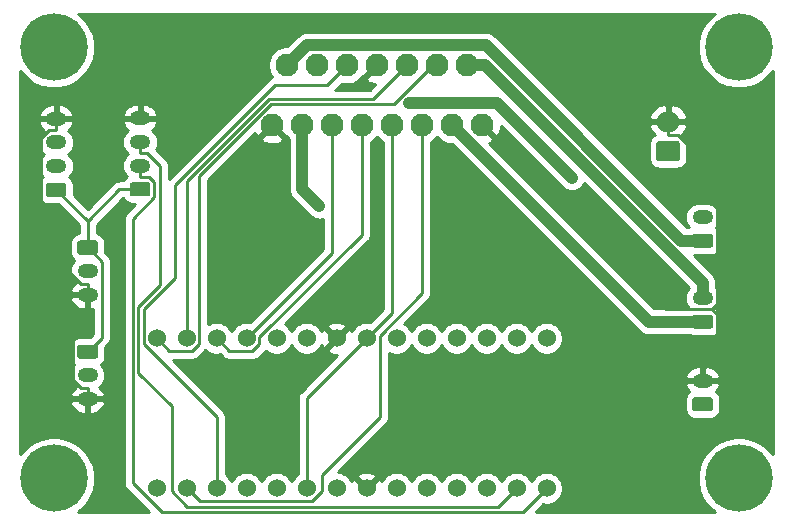
<source format=gbr>
G04 #@! TF.GenerationSoftware,KiCad,Pcbnew,(5.1.2)-1*
G04 #@! TF.CreationDate,2020-03-30T00:08:58+09:00*
G04 #@! TF.ProjectId,L298N_DRIVER,4c323938-4e5f-4445-9249-5645522e6b69,rev?*
G04 #@! TF.SameCoordinates,Original*
G04 #@! TF.FileFunction,Copper,L2,Bot*
G04 #@! TF.FilePolarity,Positive*
%FSLAX46Y46*%
G04 Gerber Fmt 4.6, Leading zero omitted, Abs format (unit mm)*
G04 Created by KiCad (PCBNEW (5.1.2)-1) date 2020-03-30 00:08:58*
%MOMM*%
%LPD*%
G04 APERTURE LIST*
%ADD10O,1.750000X1.200000*%
%ADD11C,0.100000*%
%ADD12C,1.200000*%
%ADD13O,2.000000X1.700000*%
%ADD14C,1.700000*%
%ADD15C,5.700000*%
%ADD16C,1.524000*%
%ADD17C,1.950000*%
%ADD18C,0.800000*%
%ADD19C,1.000000*%
%ADD20C,0.250000*%
%ADD21C,0.254000*%
G04 APERTURE END LIST*
D10*
X125349000Y-77279000D03*
X125349000Y-75279000D03*
D11*
G36*
X125998505Y-72680204D02*
G01*
X126022773Y-72683804D01*
X126046572Y-72689765D01*
X126069671Y-72698030D01*
X126091850Y-72708520D01*
X126112893Y-72721132D01*
X126132599Y-72735747D01*
X126150777Y-72752223D01*
X126167253Y-72770401D01*
X126181868Y-72790107D01*
X126194480Y-72811150D01*
X126204970Y-72833329D01*
X126213235Y-72856428D01*
X126219196Y-72880227D01*
X126222796Y-72904495D01*
X126224000Y-72928999D01*
X126224000Y-73629001D01*
X126222796Y-73653505D01*
X126219196Y-73677773D01*
X126213235Y-73701572D01*
X126204970Y-73724671D01*
X126194480Y-73746850D01*
X126181868Y-73767893D01*
X126167253Y-73787599D01*
X126150777Y-73805777D01*
X126132599Y-73822253D01*
X126112893Y-73836868D01*
X126091850Y-73849480D01*
X126069671Y-73859970D01*
X126046572Y-73868235D01*
X126022773Y-73874196D01*
X125998505Y-73877796D01*
X125974001Y-73879000D01*
X124723999Y-73879000D01*
X124699495Y-73877796D01*
X124675227Y-73874196D01*
X124651428Y-73868235D01*
X124628329Y-73859970D01*
X124606150Y-73849480D01*
X124585107Y-73836868D01*
X124565401Y-73822253D01*
X124547223Y-73805777D01*
X124530747Y-73787599D01*
X124516132Y-73767893D01*
X124503520Y-73746850D01*
X124493030Y-73724671D01*
X124484765Y-73701572D01*
X124478804Y-73677773D01*
X124475204Y-73653505D01*
X124474000Y-73629001D01*
X124474000Y-72928999D01*
X124475204Y-72904495D01*
X124478804Y-72880227D01*
X124484765Y-72856428D01*
X124493030Y-72833329D01*
X124503520Y-72811150D01*
X124516132Y-72790107D01*
X124530747Y-72770401D01*
X124547223Y-72752223D01*
X124565401Y-72735747D01*
X124585107Y-72721132D01*
X124606150Y-72708520D01*
X124628329Y-72698030D01*
X124651428Y-72689765D01*
X124675227Y-72683804D01*
X124699495Y-72680204D01*
X124723999Y-72679000D01*
X125974001Y-72679000D01*
X125998505Y-72680204D01*
X125998505Y-72680204D01*
G37*
D12*
X125349000Y-73279000D03*
D10*
X125349000Y-68453000D03*
X125349000Y-66453000D03*
D11*
G36*
X125998505Y-63854204D02*
G01*
X126022773Y-63857804D01*
X126046572Y-63863765D01*
X126069671Y-63872030D01*
X126091850Y-63882520D01*
X126112893Y-63895132D01*
X126132599Y-63909747D01*
X126150777Y-63926223D01*
X126167253Y-63944401D01*
X126181868Y-63964107D01*
X126194480Y-63985150D01*
X126204970Y-64007329D01*
X126213235Y-64030428D01*
X126219196Y-64054227D01*
X126222796Y-64078495D01*
X126224000Y-64102999D01*
X126224000Y-64803001D01*
X126222796Y-64827505D01*
X126219196Y-64851773D01*
X126213235Y-64875572D01*
X126204970Y-64898671D01*
X126194480Y-64920850D01*
X126181868Y-64941893D01*
X126167253Y-64961599D01*
X126150777Y-64979777D01*
X126132599Y-64996253D01*
X126112893Y-65010868D01*
X126091850Y-65023480D01*
X126069671Y-65033970D01*
X126046572Y-65042235D01*
X126022773Y-65048196D01*
X125998505Y-65051796D01*
X125974001Y-65053000D01*
X124723999Y-65053000D01*
X124699495Y-65051796D01*
X124675227Y-65048196D01*
X124651428Y-65042235D01*
X124628329Y-65033970D01*
X124606150Y-65023480D01*
X124585107Y-65010868D01*
X124565401Y-64996253D01*
X124547223Y-64979777D01*
X124530747Y-64961599D01*
X124516132Y-64941893D01*
X124503520Y-64920850D01*
X124493030Y-64898671D01*
X124484765Y-64875572D01*
X124478804Y-64851773D01*
X124475204Y-64827505D01*
X124474000Y-64803001D01*
X124474000Y-64102999D01*
X124475204Y-64078495D01*
X124478804Y-64054227D01*
X124484765Y-64030428D01*
X124493030Y-64007329D01*
X124503520Y-63985150D01*
X124516132Y-63964107D01*
X124530747Y-63944401D01*
X124547223Y-63926223D01*
X124565401Y-63909747D01*
X124585107Y-63895132D01*
X124606150Y-63882520D01*
X124628329Y-63872030D01*
X124651428Y-63863765D01*
X124675227Y-63857804D01*
X124699495Y-63854204D01*
X124723999Y-63853000D01*
X125974001Y-63853000D01*
X125998505Y-63854204D01*
X125998505Y-63854204D01*
G37*
D12*
X125349000Y-64453000D03*
D10*
X129794000Y-53531000D03*
X129794000Y-55531000D03*
X129794000Y-57531000D03*
D11*
G36*
X130443505Y-58932204D02*
G01*
X130467773Y-58935804D01*
X130491572Y-58941765D01*
X130514671Y-58950030D01*
X130536850Y-58960520D01*
X130557893Y-58973132D01*
X130577599Y-58987747D01*
X130595777Y-59004223D01*
X130612253Y-59022401D01*
X130626868Y-59042107D01*
X130639480Y-59063150D01*
X130649970Y-59085329D01*
X130658235Y-59108428D01*
X130664196Y-59132227D01*
X130667796Y-59156495D01*
X130669000Y-59180999D01*
X130669000Y-59881001D01*
X130667796Y-59905505D01*
X130664196Y-59929773D01*
X130658235Y-59953572D01*
X130649970Y-59976671D01*
X130639480Y-59998850D01*
X130626868Y-60019893D01*
X130612253Y-60039599D01*
X130595777Y-60057777D01*
X130577599Y-60074253D01*
X130557893Y-60088868D01*
X130536850Y-60101480D01*
X130514671Y-60111970D01*
X130491572Y-60120235D01*
X130467773Y-60126196D01*
X130443505Y-60129796D01*
X130419001Y-60131000D01*
X129168999Y-60131000D01*
X129144495Y-60129796D01*
X129120227Y-60126196D01*
X129096428Y-60120235D01*
X129073329Y-60111970D01*
X129051150Y-60101480D01*
X129030107Y-60088868D01*
X129010401Y-60074253D01*
X128992223Y-60057777D01*
X128975747Y-60039599D01*
X128961132Y-60019893D01*
X128948520Y-59998850D01*
X128938030Y-59976671D01*
X128929765Y-59953572D01*
X128923804Y-59929773D01*
X128920204Y-59905505D01*
X128919000Y-59881001D01*
X128919000Y-59180999D01*
X128920204Y-59156495D01*
X128923804Y-59132227D01*
X128929765Y-59108428D01*
X128938030Y-59085329D01*
X128948520Y-59063150D01*
X128961132Y-59042107D01*
X128975747Y-59022401D01*
X128992223Y-59004223D01*
X129010401Y-58987747D01*
X129030107Y-58973132D01*
X129051150Y-58960520D01*
X129073329Y-58950030D01*
X129096428Y-58941765D01*
X129120227Y-58935804D01*
X129144495Y-58932204D01*
X129168999Y-58931000D01*
X130419001Y-58931000D01*
X130443505Y-58932204D01*
X130443505Y-58932204D01*
G37*
D12*
X129794000Y-59531000D03*
D10*
X122682000Y-53563000D03*
X122682000Y-55563000D03*
X122682000Y-57563000D03*
D11*
G36*
X123331505Y-58964204D02*
G01*
X123355773Y-58967804D01*
X123379572Y-58973765D01*
X123402671Y-58982030D01*
X123424850Y-58992520D01*
X123445893Y-59005132D01*
X123465599Y-59019747D01*
X123483777Y-59036223D01*
X123500253Y-59054401D01*
X123514868Y-59074107D01*
X123527480Y-59095150D01*
X123537970Y-59117329D01*
X123546235Y-59140428D01*
X123552196Y-59164227D01*
X123555796Y-59188495D01*
X123557000Y-59212999D01*
X123557000Y-59913001D01*
X123555796Y-59937505D01*
X123552196Y-59961773D01*
X123546235Y-59985572D01*
X123537970Y-60008671D01*
X123527480Y-60030850D01*
X123514868Y-60051893D01*
X123500253Y-60071599D01*
X123483777Y-60089777D01*
X123465599Y-60106253D01*
X123445893Y-60120868D01*
X123424850Y-60133480D01*
X123402671Y-60143970D01*
X123379572Y-60152235D01*
X123355773Y-60158196D01*
X123331505Y-60161796D01*
X123307001Y-60163000D01*
X122056999Y-60163000D01*
X122032495Y-60161796D01*
X122008227Y-60158196D01*
X121984428Y-60152235D01*
X121961329Y-60143970D01*
X121939150Y-60133480D01*
X121918107Y-60120868D01*
X121898401Y-60106253D01*
X121880223Y-60089777D01*
X121863747Y-60071599D01*
X121849132Y-60051893D01*
X121836520Y-60030850D01*
X121826030Y-60008671D01*
X121817765Y-59985572D01*
X121811804Y-59961773D01*
X121808204Y-59937505D01*
X121807000Y-59913001D01*
X121807000Y-59212999D01*
X121808204Y-59188495D01*
X121811804Y-59164227D01*
X121817765Y-59140428D01*
X121826030Y-59117329D01*
X121836520Y-59095150D01*
X121849132Y-59074107D01*
X121863747Y-59054401D01*
X121880223Y-59036223D01*
X121898401Y-59019747D01*
X121918107Y-59005132D01*
X121939150Y-58992520D01*
X121961329Y-58982030D01*
X121984428Y-58973765D01*
X122008227Y-58967804D01*
X122032495Y-58964204D01*
X122056999Y-58963000D01*
X123307001Y-58963000D01*
X123331505Y-58964204D01*
X123331505Y-58964204D01*
G37*
D12*
X122682000Y-59563000D03*
D10*
X177419000Y-68739000D03*
D11*
G36*
X178068505Y-70140204D02*
G01*
X178092773Y-70143804D01*
X178116572Y-70149765D01*
X178139671Y-70158030D01*
X178161850Y-70168520D01*
X178182893Y-70181132D01*
X178202599Y-70195747D01*
X178220777Y-70212223D01*
X178237253Y-70230401D01*
X178251868Y-70250107D01*
X178264480Y-70271150D01*
X178274970Y-70293329D01*
X178283235Y-70316428D01*
X178289196Y-70340227D01*
X178292796Y-70364495D01*
X178294000Y-70388999D01*
X178294000Y-71089001D01*
X178292796Y-71113505D01*
X178289196Y-71137773D01*
X178283235Y-71161572D01*
X178274970Y-71184671D01*
X178264480Y-71206850D01*
X178251868Y-71227893D01*
X178237253Y-71247599D01*
X178220777Y-71265777D01*
X178202599Y-71282253D01*
X178182893Y-71296868D01*
X178161850Y-71309480D01*
X178139671Y-71319970D01*
X178116572Y-71328235D01*
X178092773Y-71334196D01*
X178068505Y-71337796D01*
X178044001Y-71339000D01*
X176793999Y-71339000D01*
X176769495Y-71337796D01*
X176745227Y-71334196D01*
X176721428Y-71328235D01*
X176698329Y-71319970D01*
X176676150Y-71309480D01*
X176655107Y-71296868D01*
X176635401Y-71282253D01*
X176617223Y-71265777D01*
X176600747Y-71247599D01*
X176586132Y-71227893D01*
X176573520Y-71206850D01*
X176563030Y-71184671D01*
X176554765Y-71161572D01*
X176548804Y-71137773D01*
X176545204Y-71113505D01*
X176544000Y-71089001D01*
X176544000Y-70388999D01*
X176545204Y-70364495D01*
X176548804Y-70340227D01*
X176554765Y-70316428D01*
X176563030Y-70293329D01*
X176573520Y-70271150D01*
X176586132Y-70250107D01*
X176600747Y-70230401D01*
X176617223Y-70212223D01*
X176635401Y-70195747D01*
X176655107Y-70181132D01*
X176676150Y-70168520D01*
X176698329Y-70158030D01*
X176721428Y-70149765D01*
X176745227Y-70143804D01*
X176769495Y-70140204D01*
X176793999Y-70139000D01*
X178044001Y-70139000D01*
X178068505Y-70140204D01*
X178068505Y-70140204D01*
G37*
D12*
X177419000Y-70739000D03*
D10*
X177419000Y-61881000D03*
D11*
G36*
X178068505Y-63282204D02*
G01*
X178092773Y-63285804D01*
X178116572Y-63291765D01*
X178139671Y-63300030D01*
X178161850Y-63310520D01*
X178182893Y-63323132D01*
X178202599Y-63337747D01*
X178220777Y-63354223D01*
X178237253Y-63372401D01*
X178251868Y-63392107D01*
X178264480Y-63413150D01*
X178274970Y-63435329D01*
X178283235Y-63458428D01*
X178289196Y-63482227D01*
X178292796Y-63506495D01*
X178294000Y-63530999D01*
X178294000Y-64231001D01*
X178292796Y-64255505D01*
X178289196Y-64279773D01*
X178283235Y-64303572D01*
X178274970Y-64326671D01*
X178264480Y-64348850D01*
X178251868Y-64369893D01*
X178237253Y-64389599D01*
X178220777Y-64407777D01*
X178202599Y-64424253D01*
X178182893Y-64438868D01*
X178161850Y-64451480D01*
X178139671Y-64461970D01*
X178116572Y-64470235D01*
X178092773Y-64476196D01*
X178068505Y-64479796D01*
X178044001Y-64481000D01*
X176793999Y-64481000D01*
X176769495Y-64479796D01*
X176745227Y-64476196D01*
X176721428Y-64470235D01*
X176698329Y-64461970D01*
X176676150Y-64451480D01*
X176655107Y-64438868D01*
X176635401Y-64424253D01*
X176617223Y-64407777D01*
X176600747Y-64389599D01*
X176586132Y-64369893D01*
X176573520Y-64348850D01*
X176563030Y-64326671D01*
X176554765Y-64303572D01*
X176548804Y-64279773D01*
X176545204Y-64255505D01*
X176544000Y-64231001D01*
X176544000Y-63530999D01*
X176545204Y-63506495D01*
X176548804Y-63482227D01*
X176554765Y-63458428D01*
X176563030Y-63435329D01*
X176573520Y-63413150D01*
X176586132Y-63392107D01*
X176600747Y-63372401D01*
X176617223Y-63354223D01*
X176635401Y-63337747D01*
X176655107Y-63323132D01*
X176676150Y-63310520D01*
X176698329Y-63300030D01*
X176721428Y-63291765D01*
X176745227Y-63285804D01*
X176769495Y-63282204D01*
X176793999Y-63281000D01*
X178044001Y-63281000D01*
X178068505Y-63282204D01*
X178068505Y-63282204D01*
G37*
D12*
X177419000Y-63881000D03*
D10*
X177419000Y-75724000D03*
D11*
G36*
X178068505Y-77125204D02*
G01*
X178092773Y-77128804D01*
X178116572Y-77134765D01*
X178139671Y-77143030D01*
X178161850Y-77153520D01*
X178182893Y-77166132D01*
X178202599Y-77180747D01*
X178220777Y-77197223D01*
X178237253Y-77215401D01*
X178251868Y-77235107D01*
X178264480Y-77256150D01*
X178274970Y-77278329D01*
X178283235Y-77301428D01*
X178289196Y-77325227D01*
X178292796Y-77349495D01*
X178294000Y-77373999D01*
X178294000Y-78074001D01*
X178292796Y-78098505D01*
X178289196Y-78122773D01*
X178283235Y-78146572D01*
X178274970Y-78169671D01*
X178264480Y-78191850D01*
X178251868Y-78212893D01*
X178237253Y-78232599D01*
X178220777Y-78250777D01*
X178202599Y-78267253D01*
X178182893Y-78281868D01*
X178161850Y-78294480D01*
X178139671Y-78304970D01*
X178116572Y-78313235D01*
X178092773Y-78319196D01*
X178068505Y-78322796D01*
X178044001Y-78324000D01*
X176793999Y-78324000D01*
X176769495Y-78322796D01*
X176745227Y-78319196D01*
X176721428Y-78313235D01*
X176698329Y-78304970D01*
X176676150Y-78294480D01*
X176655107Y-78281868D01*
X176635401Y-78267253D01*
X176617223Y-78250777D01*
X176600747Y-78232599D01*
X176586132Y-78212893D01*
X176573520Y-78191850D01*
X176563030Y-78169671D01*
X176554765Y-78146572D01*
X176548804Y-78122773D01*
X176545204Y-78098505D01*
X176544000Y-78074001D01*
X176544000Y-77373999D01*
X176545204Y-77349495D01*
X176548804Y-77325227D01*
X176554765Y-77301428D01*
X176563030Y-77278329D01*
X176573520Y-77256150D01*
X176586132Y-77235107D01*
X176600747Y-77215401D01*
X176617223Y-77197223D01*
X176635401Y-77180747D01*
X176655107Y-77166132D01*
X176676150Y-77153520D01*
X176698329Y-77143030D01*
X176721428Y-77134765D01*
X176745227Y-77128804D01*
X176769495Y-77125204D01*
X176793999Y-77124000D01*
X178044001Y-77124000D01*
X178068505Y-77125204D01*
X178068505Y-77125204D01*
G37*
D12*
X177419000Y-77724000D03*
D13*
X174498000Y-53786400D03*
D11*
G36*
X175272504Y-55437604D02*
G01*
X175296773Y-55441204D01*
X175320571Y-55447165D01*
X175343671Y-55455430D01*
X175365849Y-55465920D01*
X175386893Y-55478533D01*
X175406598Y-55493147D01*
X175424777Y-55509623D01*
X175441253Y-55527802D01*
X175455867Y-55547507D01*
X175468480Y-55568551D01*
X175478970Y-55590729D01*
X175487235Y-55613829D01*
X175493196Y-55637627D01*
X175496796Y-55661896D01*
X175498000Y-55686400D01*
X175498000Y-56886400D01*
X175496796Y-56910904D01*
X175493196Y-56935173D01*
X175487235Y-56958971D01*
X175478970Y-56982071D01*
X175468480Y-57004249D01*
X175455867Y-57025293D01*
X175441253Y-57044998D01*
X175424777Y-57063177D01*
X175406598Y-57079653D01*
X175386893Y-57094267D01*
X175365849Y-57106880D01*
X175343671Y-57117370D01*
X175320571Y-57125635D01*
X175296773Y-57131596D01*
X175272504Y-57135196D01*
X175248000Y-57136400D01*
X173748000Y-57136400D01*
X173723496Y-57135196D01*
X173699227Y-57131596D01*
X173675429Y-57125635D01*
X173652329Y-57117370D01*
X173630151Y-57106880D01*
X173609107Y-57094267D01*
X173589402Y-57079653D01*
X173571223Y-57063177D01*
X173554747Y-57044998D01*
X173540133Y-57025293D01*
X173527520Y-57004249D01*
X173517030Y-56982071D01*
X173508765Y-56958971D01*
X173502804Y-56935173D01*
X173499204Y-56910904D01*
X173498000Y-56886400D01*
X173498000Y-55686400D01*
X173499204Y-55661896D01*
X173502804Y-55637627D01*
X173508765Y-55613829D01*
X173517030Y-55590729D01*
X173527520Y-55568551D01*
X173540133Y-55547507D01*
X173554747Y-55527802D01*
X173571223Y-55509623D01*
X173589402Y-55493147D01*
X173609107Y-55478533D01*
X173630151Y-55465920D01*
X173652329Y-55455430D01*
X173675429Y-55447165D01*
X173699227Y-55441204D01*
X173723496Y-55437604D01*
X173748000Y-55436400D01*
X175248000Y-55436400D01*
X175272504Y-55437604D01*
X175272504Y-55437604D01*
G37*
D14*
X174498000Y-56286400D03*
D15*
X122500000Y-84000000D03*
X122500000Y-47500000D03*
X180500000Y-47500000D03*
X180500000Y-84000000D03*
D16*
X164211000Y-84836000D03*
X161671000Y-84836000D03*
X159131000Y-84836000D03*
X156591000Y-84836000D03*
X154051000Y-84836000D03*
X151511000Y-84836000D03*
X148971000Y-84836000D03*
X146431000Y-84836000D03*
X143891000Y-84836000D03*
X141351000Y-84836000D03*
X138811000Y-84836000D03*
X136271000Y-84836000D03*
X133731000Y-84836000D03*
X131191000Y-84836000D03*
X131191000Y-72136000D03*
X133731000Y-72136000D03*
X136271000Y-72136000D03*
X138811000Y-72136000D03*
X141351000Y-72136000D03*
X143891000Y-72136000D03*
X146431000Y-72136000D03*
X148971000Y-72136000D03*
X151511000Y-72136000D03*
X154051000Y-72136000D03*
X156591000Y-72136000D03*
X159131000Y-72136000D03*
X161671000Y-72136000D03*
X164211000Y-72136000D03*
D17*
X158750000Y-54102000D03*
X157480000Y-49022000D03*
X156210000Y-54102000D03*
X154940000Y-49022000D03*
X153670000Y-54102000D03*
X152400000Y-49022000D03*
X151130000Y-54102000D03*
X149860000Y-49022000D03*
X148590000Y-54102000D03*
X147320000Y-49022000D03*
X146050000Y-54102000D03*
X144780000Y-49022000D03*
X143510000Y-54102000D03*
X142240000Y-49022000D03*
X140970000Y-54102000D03*
D18*
X139621300Y-60960000D03*
X166335600Y-58569100D03*
X152556900Y-52225900D03*
X144961700Y-60960000D03*
D19*
X142240000Y-49022000D02*
X143929600Y-47332400D01*
X143929600Y-47332400D02*
X159078000Y-47332400D01*
X159078000Y-47332400D02*
X175626600Y-63881000D01*
X175626600Y-63881000D02*
X177419000Y-63881000D01*
D20*
X178191900Y-69687400D02*
X178669400Y-70164900D01*
X178669400Y-70164900D02*
X178669400Y-73548300D01*
X178669400Y-73548300D02*
X177419000Y-74798700D01*
X158750000Y-54102000D02*
X174335400Y-69687400D01*
X174335400Y-69687400D02*
X178191900Y-69687400D01*
X174498000Y-54961700D02*
X175379500Y-54961700D01*
X175379500Y-54961700D02*
X178635800Y-58218000D01*
X178635800Y-58218000D02*
X178635800Y-69243500D01*
X178635800Y-69243500D02*
X178191900Y-69687400D01*
X174498000Y-53786400D02*
X174498000Y-54961700D01*
X177419000Y-75724000D02*
X177419000Y-74798700D01*
X140970000Y-54102000D02*
X139621400Y-55450600D01*
X139621400Y-55450600D02*
X139621400Y-60960000D01*
X139621400Y-60960000D02*
X139621300Y-60960000D01*
X125349000Y-68453000D02*
X125349000Y-67527700D01*
X122682000Y-53563000D02*
X122682000Y-54488300D01*
X122682000Y-54488300D02*
X122103700Y-54488300D01*
X122103700Y-54488300D02*
X121441600Y-55150400D01*
X121441600Y-55150400D02*
X121441600Y-64198600D01*
X121441600Y-64198600D02*
X124770700Y-67527700D01*
X124770700Y-67527700D02*
X125349000Y-67527700D01*
X125349000Y-77279000D02*
X125349000Y-76353700D01*
X125349000Y-68453000D02*
X125349000Y-69378300D01*
X125349000Y-69378300D02*
X124091100Y-70636200D01*
X124091100Y-70636200D02*
X124091100Y-75674100D01*
X124091100Y-75674100D02*
X124770700Y-76353700D01*
X124770700Y-76353700D02*
X125349000Y-76353700D01*
D19*
X152556900Y-52225900D02*
X159992400Y-52225900D01*
X159992400Y-52225900D02*
X166335600Y-58569100D01*
X143510000Y-54102000D02*
X143510000Y-59508300D01*
X143510000Y-59508300D02*
X144961700Y-60960000D01*
X177419000Y-70739000D02*
X172847000Y-70739000D01*
X172847000Y-70739000D02*
X156210000Y-54102000D01*
X177419000Y-68739000D02*
X177419000Y-67438700D01*
X157480000Y-49022000D02*
X159002300Y-49022000D01*
X159002300Y-49022000D02*
X177419000Y-67438700D01*
D20*
X148971000Y-72136000D02*
X143891000Y-77216000D01*
X143891000Y-77216000D02*
X143891000Y-84836000D01*
X151130000Y-54102000D02*
X151130000Y-69977000D01*
X151130000Y-69977000D02*
X148971000Y-72136000D01*
X125349000Y-73279000D02*
X126550700Y-72077300D01*
X126550700Y-72077300D02*
X126550700Y-65654700D01*
X126550700Y-65654700D02*
X125349000Y-64453000D01*
X125349000Y-62230000D02*
X125349000Y-64453000D01*
X122682000Y-59563000D02*
X125349000Y-62230000D01*
X129794000Y-59531000D02*
X128048000Y-59531000D01*
X128048000Y-59531000D02*
X125349000Y-62230000D01*
X154940000Y-49022000D02*
X154593600Y-49022000D01*
X154593600Y-49022000D02*
X151286800Y-52328800D01*
X151286800Y-52328800D02*
X140899700Y-52328800D01*
X140899700Y-52328800D02*
X134818300Y-58410200D01*
X134818300Y-58410200D02*
X134818300Y-72586500D01*
X134818300Y-72586500D02*
X134181500Y-73223300D01*
X134181500Y-73223300D02*
X132278300Y-73223300D01*
X132278300Y-73223300D02*
X131191000Y-72136000D01*
X133731000Y-84836000D02*
X134832300Y-85937300D01*
X134832300Y-85937300D02*
X144335100Y-85937300D01*
X144335100Y-85937300D02*
X145161000Y-85111400D01*
X145161000Y-85111400D02*
X145161000Y-83748600D01*
X145161000Y-83748600D02*
X150081700Y-78827900D01*
X150081700Y-78827900D02*
X150081700Y-71928000D01*
X150081700Y-71928000D02*
X153670000Y-68339700D01*
X153670000Y-68339700D02*
X153670000Y-54102000D01*
X152400000Y-49022000D02*
X149543500Y-51878500D01*
X149543500Y-51878500D02*
X140713100Y-51878500D01*
X140713100Y-51878500D02*
X133731000Y-58860600D01*
X133731000Y-58860600D02*
X133731000Y-72136000D01*
X148590000Y-54102000D02*
X148590000Y-63359200D01*
X148590000Y-63359200D02*
X139902500Y-72046700D01*
X139902500Y-72046700D02*
X139902500Y-72635000D01*
X139902500Y-72635000D02*
X139307800Y-73229700D01*
X139307800Y-73229700D02*
X137364700Y-73229700D01*
X137364700Y-73229700D02*
X136271000Y-72136000D01*
X147320000Y-49022000D02*
X145626100Y-50715900D01*
X145626100Y-50715900D02*
X141238800Y-50715900D01*
X141238800Y-50715900D02*
X132757700Y-59197000D01*
X132757700Y-59197000D02*
X132757700Y-67022700D01*
X132757700Y-67022700D02*
X130099500Y-69680900D01*
X130099500Y-69680900D02*
X130099500Y-72616500D01*
X130099500Y-72616500D02*
X136271000Y-78788000D01*
X136271000Y-78788000D02*
X136271000Y-84836000D01*
X146050000Y-54102000D02*
X146050000Y-64897000D01*
X146050000Y-64897000D02*
X138811000Y-72136000D01*
X129794000Y-55531000D02*
X129794000Y-56456300D01*
X161671000Y-84836000D02*
X160110000Y-86397000D01*
X160110000Y-86397000D02*
X133746100Y-86397000D01*
X133746100Y-86397000D02*
X132461000Y-85111900D01*
X132461000Y-85111900D02*
X132461000Y-77909600D01*
X132461000Y-77909600D02*
X129643500Y-75092100D01*
X129643500Y-75092100D02*
X129643500Y-69500000D01*
X129643500Y-69500000D02*
X131480900Y-67662600D01*
X131480900Y-67662600D02*
X131480900Y-57564900D01*
X131480900Y-57564900D02*
X130372300Y-56456300D01*
X130372300Y-56456300D02*
X129794000Y-56456300D01*
X129794000Y-58456300D02*
X130564300Y-58456300D01*
X130564300Y-58456300D02*
X130996000Y-58888000D01*
X130996000Y-58888000D02*
X130996000Y-60218800D01*
X130996000Y-60218800D02*
X129192000Y-62022800D01*
X129192000Y-62022800D02*
X129192000Y-84415000D01*
X129192000Y-84415000D02*
X131624400Y-86847400D01*
X131624400Y-86847400D02*
X162199600Y-86847400D01*
X162199600Y-86847400D02*
X164211000Y-84836000D01*
X129794000Y-57531000D02*
X129794000Y-58456300D01*
D21*
G36*
X178278442Y-44793024D02*
G01*
X177793024Y-45278442D01*
X177411633Y-45849234D01*
X177148927Y-46483463D01*
X177015000Y-47156758D01*
X177015000Y-47843242D01*
X177148927Y-48516537D01*
X177411633Y-49150766D01*
X177793024Y-49721558D01*
X178278442Y-50206976D01*
X178849234Y-50588367D01*
X179483463Y-50851073D01*
X180156758Y-50985000D01*
X180843242Y-50985000D01*
X181516537Y-50851073D01*
X182150766Y-50588367D01*
X182721558Y-50206976D01*
X183206976Y-49721558D01*
X183340000Y-49522473D01*
X183340001Y-81977528D01*
X183206976Y-81778442D01*
X182721558Y-81293024D01*
X182150766Y-80911633D01*
X181516537Y-80648927D01*
X180843242Y-80515000D01*
X180156758Y-80515000D01*
X179483463Y-80648927D01*
X178849234Y-80911633D01*
X178278442Y-81293024D01*
X177793024Y-81778442D01*
X177411633Y-82349234D01*
X177148927Y-82983463D01*
X177015000Y-83656758D01*
X177015000Y-84343242D01*
X177148927Y-85016537D01*
X177411633Y-85650766D01*
X177793024Y-86221558D01*
X178278442Y-86706976D01*
X178477526Y-86840000D01*
X163281801Y-86840000D01*
X163919430Y-86202372D01*
X164073408Y-86233000D01*
X164348592Y-86233000D01*
X164618490Y-86179314D01*
X164872727Y-86074005D01*
X165101535Y-85921120D01*
X165296120Y-85726535D01*
X165449005Y-85497727D01*
X165554314Y-85243490D01*
X165608000Y-84973592D01*
X165608000Y-84698408D01*
X165554314Y-84428510D01*
X165449005Y-84174273D01*
X165296120Y-83945465D01*
X165101535Y-83750880D01*
X164872727Y-83597995D01*
X164618490Y-83492686D01*
X164348592Y-83439000D01*
X164073408Y-83439000D01*
X163803510Y-83492686D01*
X163549273Y-83597995D01*
X163320465Y-83750880D01*
X163125880Y-83945465D01*
X162972995Y-84174273D01*
X162941000Y-84251515D01*
X162909005Y-84174273D01*
X162756120Y-83945465D01*
X162561535Y-83750880D01*
X162332727Y-83597995D01*
X162078490Y-83492686D01*
X161808592Y-83439000D01*
X161533408Y-83439000D01*
X161263510Y-83492686D01*
X161009273Y-83597995D01*
X160780465Y-83750880D01*
X160585880Y-83945465D01*
X160432995Y-84174273D01*
X160401000Y-84251515D01*
X160369005Y-84174273D01*
X160216120Y-83945465D01*
X160021535Y-83750880D01*
X159792727Y-83597995D01*
X159538490Y-83492686D01*
X159268592Y-83439000D01*
X158993408Y-83439000D01*
X158723510Y-83492686D01*
X158469273Y-83597995D01*
X158240465Y-83750880D01*
X158045880Y-83945465D01*
X157892995Y-84174273D01*
X157861000Y-84251515D01*
X157829005Y-84174273D01*
X157676120Y-83945465D01*
X157481535Y-83750880D01*
X157252727Y-83597995D01*
X156998490Y-83492686D01*
X156728592Y-83439000D01*
X156453408Y-83439000D01*
X156183510Y-83492686D01*
X155929273Y-83597995D01*
X155700465Y-83750880D01*
X155505880Y-83945465D01*
X155352995Y-84174273D01*
X155321000Y-84251515D01*
X155289005Y-84174273D01*
X155136120Y-83945465D01*
X154941535Y-83750880D01*
X154712727Y-83597995D01*
X154458490Y-83492686D01*
X154188592Y-83439000D01*
X153913408Y-83439000D01*
X153643510Y-83492686D01*
X153389273Y-83597995D01*
X153160465Y-83750880D01*
X152965880Y-83945465D01*
X152812995Y-84174273D01*
X152781000Y-84251515D01*
X152749005Y-84174273D01*
X152596120Y-83945465D01*
X152401535Y-83750880D01*
X152172727Y-83597995D01*
X151918490Y-83492686D01*
X151648592Y-83439000D01*
X151373408Y-83439000D01*
X151103510Y-83492686D01*
X150849273Y-83597995D01*
X150620465Y-83750880D01*
X150425880Y-83945465D01*
X150272995Y-84174273D01*
X150243308Y-84245943D01*
X150238636Y-84232977D01*
X150176656Y-84117020D01*
X149936565Y-84050040D01*
X149150605Y-84836000D01*
X149164748Y-84850143D01*
X148985143Y-85029748D01*
X148971000Y-85015605D01*
X148956858Y-85029748D01*
X148777253Y-84850143D01*
X148791395Y-84836000D01*
X148005435Y-84050040D01*
X147765344Y-84117020D01*
X147701515Y-84252760D01*
X147669005Y-84174273D01*
X147516120Y-83945465D01*
X147441090Y-83870435D01*
X148185040Y-83870435D01*
X148971000Y-84656395D01*
X149756960Y-83870435D01*
X149689980Y-83630344D01*
X149440952Y-83513244D01*
X149173865Y-83446977D01*
X148898983Y-83434090D01*
X148626867Y-83475078D01*
X148367977Y-83568364D01*
X148252020Y-83630344D01*
X148185040Y-83870435D01*
X147441090Y-83870435D01*
X147321535Y-83750880D01*
X147092727Y-83597995D01*
X146838490Y-83492686D01*
X146568592Y-83439000D01*
X146545401Y-83439000D01*
X150592704Y-79391698D01*
X150621701Y-79367901D01*
X150716674Y-79252176D01*
X150787246Y-79120147D01*
X150830703Y-78976886D01*
X150841700Y-78865233D01*
X150841700Y-78865225D01*
X150845376Y-78827900D01*
X150841700Y-78790575D01*
X150841700Y-77373999D01*
X175905928Y-77373999D01*
X175905928Y-78074001D01*
X175922992Y-78247255D01*
X175973528Y-78413851D01*
X176055595Y-78567387D01*
X176166038Y-78701962D01*
X176300613Y-78812405D01*
X176454149Y-78894472D01*
X176620745Y-78945008D01*
X176793999Y-78962072D01*
X178044001Y-78962072D01*
X178217255Y-78945008D01*
X178383851Y-78894472D01*
X178537387Y-78812405D01*
X178671962Y-78701962D01*
X178782405Y-78567387D01*
X178864472Y-78413851D01*
X178915008Y-78247255D01*
X178932072Y-78074001D01*
X178932072Y-77373999D01*
X178915008Y-77200745D01*
X178864472Y-77034149D01*
X178782405Y-76880613D01*
X178671962Y-76746038D01*
X178537387Y-76635595D01*
X178532594Y-76633033D01*
X178657078Y-76507474D01*
X178791421Y-76304533D01*
X178883591Y-76079282D01*
X178887462Y-76041609D01*
X178762731Y-75851000D01*
X177546000Y-75851000D01*
X177546000Y-75871000D01*
X177292000Y-75871000D01*
X177292000Y-75851000D01*
X176075269Y-75851000D01*
X175950538Y-76041609D01*
X175954409Y-76079282D01*
X176046579Y-76304533D01*
X176180922Y-76507474D01*
X176305406Y-76633033D01*
X176300613Y-76635595D01*
X176166038Y-76746038D01*
X176055595Y-76880613D01*
X175973528Y-77034149D01*
X175922992Y-77200745D01*
X175905928Y-77373999D01*
X150841700Y-77373999D01*
X150841700Y-75406391D01*
X175950538Y-75406391D01*
X176075269Y-75597000D01*
X177292000Y-75597000D01*
X177292000Y-74489000D01*
X177546000Y-74489000D01*
X177546000Y-75597000D01*
X178762731Y-75597000D01*
X178887462Y-75406391D01*
X178883591Y-75368718D01*
X178791421Y-75143467D01*
X178657078Y-74940526D01*
X178485725Y-74767693D01*
X178283946Y-74631610D01*
X178059496Y-74537507D01*
X177821000Y-74489000D01*
X177546000Y-74489000D01*
X177292000Y-74489000D01*
X177017000Y-74489000D01*
X176778504Y-74537507D01*
X176554054Y-74631610D01*
X176352275Y-74767693D01*
X176180922Y-74940526D01*
X176046579Y-75143467D01*
X175954409Y-75368718D01*
X175950538Y-75406391D01*
X150841700Y-75406391D01*
X150841700Y-73368945D01*
X150849273Y-73374005D01*
X151103510Y-73479314D01*
X151373408Y-73533000D01*
X151648592Y-73533000D01*
X151918490Y-73479314D01*
X152172727Y-73374005D01*
X152401535Y-73221120D01*
X152596120Y-73026535D01*
X152749005Y-72797727D01*
X152781000Y-72720485D01*
X152812995Y-72797727D01*
X152965880Y-73026535D01*
X153160465Y-73221120D01*
X153389273Y-73374005D01*
X153643510Y-73479314D01*
X153913408Y-73533000D01*
X154188592Y-73533000D01*
X154458490Y-73479314D01*
X154712727Y-73374005D01*
X154941535Y-73221120D01*
X155136120Y-73026535D01*
X155289005Y-72797727D01*
X155321000Y-72720485D01*
X155352995Y-72797727D01*
X155505880Y-73026535D01*
X155700465Y-73221120D01*
X155929273Y-73374005D01*
X156183510Y-73479314D01*
X156453408Y-73533000D01*
X156728592Y-73533000D01*
X156998490Y-73479314D01*
X157252727Y-73374005D01*
X157481535Y-73221120D01*
X157676120Y-73026535D01*
X157829005Y-72797727D01*
X157861000Y-72720485D01*
X157892995Y-72797727D01*
X158045880Y-73026535D01*
X158240465Y-73221120D01*
X158469273Y-73374005D01*
X158723510Y-73479314D01*
X158993408Y-73533000D01*
X159268592Y-73533000D01*
X159538490Y-73479314D01*
X159792727Y-73374005D01*
X160021535Y-73221120D01*
X160216120Y-73026535D01*
X160369005Y-72797727D01*
X160401000Y-72720485D01*
X160432995Y-72797727D01*
X160585880Y-73026535D01*
X160780465Y-73221120D01*
X161009273Y-73374005D01*
X161263510Y-73479314D01*
X161533408Y-73533000D01*
X161808592Y-73533000D01*
X162078490Y-73479314D01*
X162332727Y-73374005D01*
X162561535Y-73221120D01*
X162756120Y-73026535D01*
X162909005Y-72797727D01*
X162941000Y-72720485D01*
X162972995Y-72797727D01*
X163125880Y-73026535D01*
X163320465Y-73221120D01*
X163549273Y-73374005D01*
X163803510Y-73479314D01*
X164073408Y-73533000D01*
X164348592Y-73533000D01*
X164618490Y-73479314D01*
X164872727Y-73374005D01*
X165101535Y-73221120D01*
X165296120Y-73026535D01*
X165449005Y-72797727D01*
X165554314Y-72543490D01*
X165608000Y-72273592D01*
X165608000Y-71998408D01*
X165554314Y-71728510D01*
X165449005Y-71474273D01*
X165296120Y-71245465D01*
X165101535Y-71050880D01*
X164872727Y-70897995D01*
X164618490Y-70792686D01*
X164348592Y-70739000D01*
X164073408Y-70739000D01*
X163803510Y-70792686D01*
X163549273Y-70897995D01*
X163320465Y-71050880D01*
X163125880Y-71245465D01*
X162972995Y-71474273D01*
X162941000Y-71551515D01*
X162909005Y-71474273D01*
X162756120Y-71245465D01*
X162561535Y-71050880D01*
X162332727Y-70897995D01*
X162078490Y-70792686D01*
X161808592Y-70739000D01*
X161533408Y-70739000D01*
X161263510Y-70792686D01*
X161009273Y-70897995D01*
X160780465Y-71050880D01*
X160585880Y-71245465D01*
X160432995Y-71474273D01*
X160401000Y-71551515D01*
X160369005Y-71474273D01*
X160216120Y-71245465D01*
X160021535Y-71050880D01*
X159792727Y-70897995D01*
X159538490Y-70792686D01*
X159268592Y-70739000D01*
X158993408Y-70739000D01*
X158723510Y-70792686D01*
X158469273Y-70897995D01*
X158240465Y-71050880D01*
X158045880Y-71245465D01*
X157892995Y-71474273D01*
X157861000Y-71551515D01*
X157829005Y-71474273D01*
X157676120Y-71245465D01*
X157481535Y-71050880D01*
X157252727Y-70897995D01*
X156998490Y-70792686D01*
X156728592Y-70739000D01*
X156453408Y-70739000D01*
X156183510Y-70792686D01*
X155929273Y-70897995D01*
X155700465Y-71050880D01*
X155505880Y-71245465D01*
X155352995Y-71474273D01*
X155321000Y-71551515D01*
X155289005Y-71474273D01*
X155136120Y-71245465D01*
X154941535Y-71050880D01*
X154712727Y-70897995D01*
X154458490Y-70792686D01*
X154188592Y-70739000D01*
X153913408Y-70739000D01*
X153643510Y-70792686D01*
X153389273Y-70897995D01*
X153160465Y-71050880D01*
X152965880Y-71245465D01*
X152812995Y-71474273D01*
X152781000Y-71551515D01*
X152749005Y-71474273D01*
X152596120Y-71245465D01*
X152401535Y-71050880D01*
X152180987Y-70903514D01*
X154181004Y-68903498D01*
X154210001Y-68879701D01*
X154304974Y-68763976D01*
X154375546Y-68631947D01*
X154419003Y-68488686D01*
X154430000Y-68377033D01*
X154430000Y-68377032D01*
X154433677Y-68339700D01*
X154430000Y-68302367D01*
X154430000Y-55529849D01*
X154432621Y-55528763D01*
X154696315Y-55352569D01*
X154920569Y-55128315D01*
X154940000Y-55099234D01*
X154959431Y-55128315D01*
X155183685Y-55352569D01*
X155447379Y-55528763D01*
X155740380Y-55650129D01*
X156051429Y-55712000D01*
X156214869Y-55712000D01*
X172005009Y-71502141D01*
X172040551Y-71545449D01*
X172213377Y-71687284D01*
X172384993Y-71779014D01*
X172410553Y-71792676D01*
X172624501Y-71857577D01*
X172846999Y-71879491D01*
X172902751Y-71874000D01*
X176387786Y-71874000D01*
X176454149Y-71909472D01*
X176620745Y-71960008D01*
X176793999Y-71977072D01*
X178044001Y-71977072D01*
X178217255Y-71960008D01*
X178383851Y-71909472D01*
X178537387Y-71827405D01*
X178671962Y-71716962D01*
X178782405Y-71582387D01*
X178864472Y-71428851D01*
X178915008Y-71262255D01*
X178932072Y-71089001D01*
X178932072Y-70388999D01*
X178915008Y-70215745D01*
X178864472Y-70049149D01*
X178782405Y-69895613D01*
X178671962Y-69761038D01*
X178537387Y-69650595D01*
X178532889Y-69648191D01*
X178571502Y-69616502D01*
X178725833Y-69428449D01*
X178840511Y-69213901D01*
X178911130Y-68981102D01*
X178934975Y-68739000D01*
X178911130Y-68496898D01*
X178840511Y-68264099D01*
X178725833Y-68049551D01*
X178571502Y-67861498D01*
X178554000Y-67847134D01*
X178554000Y-67494451D01*
X178559491Y-67438700D01*
X178537577Y-67216201D01*
X178472676Y-67002253D01*
X178425289Y-66913598D01*
X178367284Y-66805077D01*
X178225449Y-66632251D01*
X178182141Y-66596709D01*
X176694726Y-65109295D01*
X176793999Y-65119072D01*
X178044001Y-65119072D01*
X178217255Y-65102008D01*
X178383851Y-65051472D01*
X178537387Y-64969405D01*
X178671962Y-64858962D01*
X178782405Y-64724387D01*
X178864472Y-64570851D01*
X178915008Y-64404255D01*
X178932072Y-64231001D01*
X178932072Y-63530999D01*
X178915008Y-63357745D01*
X178864472Y-63191149D01*
X178782405Y-63037613D01*
X178671962Y-62903038D01*
X178537387Y-62792595D01*
X178532889Y-62790191D01*
X178571502Y-62758502D01*
X178725833Y-62570449D01*
X178840511Y-62355901D01*
X178911130Y-62123102D01*
X178934975Y-61881000D01*
X178911130Y-61638898D01*
X178840511Y-61406099D01*
X178725833Y-61191551D01*
X178571502Y-61003498D01*
X178383449Y-60849167D01*
X178168901Y-60734489D01*
X177936102Y-60663870D01*
X177754665Y-60646000D01*
X177083335Y-60646000D01*
X176901898Y-60663870D01*
X176669099Y-60734489D01*
X176454551Y-60849167D01*
X176266498Y-61003498D01*
X176112167Y-61191551D01*
X175997489Y-61406099D01*
X175926870Y-61638898D01*
X175903025Y-61881000D01*
X175926870Y-62123102D01*
X175997489Y-62355901D01*
X176112167Y-62570449D01*
X176256238Y-62746000D01*
X176096733Y-62746000D01*
X169037133Y-55686400D01*
X172859928Y-55686400D01*
X172859928Y-56886400D01*
X172876992Y-57059654D01*
X172927528Y-57226250D01*
X173009595Y-57379786D01*
X173120038Y-57514362D01*
X173254614Y-57624805D01*
X173408150Y-57706872D01*
X173574746Y-57757408D01*
X173748000Y-57774472D01*
X175248000Y-57774472D01*
X175421254Y-57757408D01*
X175587850Y-57706872D01*
X175741386Y-57624805D01*
X175875962Y-57514362D01*
X175986405Y-57379786D01*
X176068472Y-57226250D01*
X176119008Y-57059654D01*
X176136072Y-56886400D01*
X176136072Y-55686400D01*
X176119008Y-55513146D01*
X176068472Y-55346550D01*
X175986405Y-55193014D01*
X175875962Y-55058438D01*
X175741386Y-54947995D01*
X175639407Y-54893486D01*
X175639795Y-54893202D01*
X175836664Y-54678446D01*
X175987854Y-54429409D01*
X176087554Y-54155661D01*
X176089476Y-54143290D01*
X175968155Y-53913400D01*
X174625000Y-53913400D01*
X174625000Y-53933400D01*
X174371000Y-53933400D01*
X174371000Y-53913400D01*
X173027845Y-53913400D01*
X172906524Y-54143290D01*
X172908446Y-54155661D01*
X173008146Y-54429409D01*
X173159336Y-54678446D01*
X173356205Y-54893202D01*
X173356593Y-54893486D01*
X173254614Y-54947995D01*
X173120038Y-55058438D01*
X173009595Y-55193014D01*
X172927528Y-55346550D01*
X172876992Y-55513146D01*
X172859928Y-55686400D01*
X169037133Y-55686400D01*
X166780243Y-53429510D01*
X172906524Y-53429510D01*
X173027845Y-53659400D01*
X174371000Y-53659400D01*
X174371000Y-52459168D01*
X174625000Y-52459168D01*
X174625000Y-53659400D01*
X175968155Y-53659400D01*
X176089476Y-53429510D01*
X176087554Y-53417139D01*
X175987854Y-53143391D01*
X175836664Y-52894354D01*
X175639795Y-52679598D01*
X175404812Y-52507375D01*
X175140745Y-52384304D01*
X174857742Y-52315115D01*
X174625000Y-52459168D01*
X174371000Y-52459168D01*
X174138258Y-52315115D01*
X173855255Y-52384304D01*
X173591188Y-52507375D01*
X173356205Y-52679598D01*
X173159336Y-52894354D01*
X173008146Y-53143391D01*
X172908446Y-53417139D01*
X172906524Y-53429510D01*
X166780243Y-53429510D01*
X159919996Y-46569265D01*
X159884449Y-46525951D01*
X159711623Y-46384116D01*
X159514447Y-46278724D01*
X159300499Y-46213823D01*
X159133752Y-46197400D01*
X159133751Y-46197400D01*
X159078000Y-46191909D01*
X159022249Y-46197400D01*
X143985343Y-46197400D01*
X143929599Y-46191910D01*
X143873855Y-46197400D01*
X143873848Y-46197400D01*
X143728093Y-46211756D01*
X143707100Y-46213823D01*
X143657305Y-46228929D01*
X143493153Y-46278724D01*
X143295977Y-46384116D01*
X143123151Y-46525951D01*
X143087609Y-46569260D01*
X142244869Y-47412000D01*
X142081429Y-47412000D01*
X141770380Y-47473871D01*
X141477379Y-47595237D01*
X141213685Y-47771431D01*
X140989431Y-47995685D01*
X140813237Y-48259379D01*
X140691871Y-48552380D01*
X140630000Y-48863429D01*
X140630000Y-49180571D01*
X140691871Y-49491620D01*
X140813237Y-49784621D01*
X140961115Y-50005937D01*
X140946553Y-50010354D01*
X140814524Y-50080926D01*
X140698799Y-50175899D01*
X140675001Y-50204897D01*
X132246703Y-58633196D01*
X132240900Y-58637958D01*
X132240900Y-57602222D01*
X132244576Y-57564899D01*
X132240900Y-57527576D01*
X132240900Y-57527567D01*
X132229903Y-57415914D01*
X132186446Y-57272653D01*
X132127218Y-57161846D01*
X132115874Y-57140623D01*
X132044699Y-57053897D01*
X132020901Y-57024899D01*
X131991903Y-57001101D01*
X131139294Y-56148493D01*
X131215511Y-56005901D01*
X131286130Y-55773102D01*
X131309975Y-55531000D01*
X131286130Y-55288898D01*
X131215511Y-55056099D01*
X131100833Y-54841551D01*
X130946502Y-54653498D01*
X130796652Y-54530519D01*
X130860725Y-54487307D01*
X131032078Y-54314474D01*
X131166421Y-54111533D01*
X131258591Y-53886282D01*
X131262462Y-53848609D01*
X131137731Y-53658000D01*
X129921000Y-53658000D01*
X129921000Y-53678000D01*
X129667000Y-53678000D01*
X129667000Y-53658000D01*
X128450269Y-53658000D01*
X128325538Y-53848609D01*
X128329409Y-53886282D01*
X128421579Y-54111533D01*
X128555922Y-54314474D01*
X128727275Y-54487307D01*
X128791348Y-54530519D01*
X128641498Y-54653498D01*
X128487167Y-54841551D01*
X128372489Y-55056099D01*
X128301870Y-55288898D01*
X128278025Y-55531000D01*
X128301870Y-55773102D01*
X128372489Y-56005901D01*
X128487167Y-56220449D01*
X128641498Y-56408502D01*
X128790762Y-56531000D01*
X128641498Y-56653498D01*
X128487167Y-56841551D01*
X128372489Y-57056099D01*
X128301870Y-57288898D01*
X128278025Y-57531000D01*
X128301870Y-57773102D01*
X128372489Y-58005901D01*
X128487167Y-58220449D01*
X128641498Y-58408502D01*
X128680111Y-58440191D01*
X128675613Y-58442595D01*
X128541038Y-58553038D01*
X128430595Y-58687613D01*
X128386024Y-58771000D01*
X128085322Y-58771000D01*
X128047999Y-58767324D01*
X128010676Y-58771000D01*
X128010667Y-58771000D01*
X127899014Y-58781997D01*
X127755753Y-58825454D01*
X127623724Y-58896026D01*
X127623722Y-58896027D01*
X127623723Y-58896027D01*
X127536996Y-58967201D01*
X127536992Y-58967205D01*
X127507999Y-58990999D01*
X127484205Y-59019992D01*
X125349000Y-61155198D01*
X124187158Y-59993356D01*
X124195072Y-59913001D01*
X124195072Y-59212999D01*
X124178008Y-59039745D01*
X124127472Y-58873149D01*
X124045405Y-58719613D01*
X123934962Y-58585038D01*
X123800387Y-58474595D01*
X123795889Y-58472191D01*
X123834502Y-58440502D01*
X123988833Y-58252449D01*
X124103511Y-58037901D01*
X124174130Y-57805102D01*
X124197975Y-57563000D01*
X124174130Y-57320898D01*
X124103511Y-57088099D01*
X123988833Y-56873551D01*
X123834502Y-56685498D01*
X123685238Y-56563000D01*
X123834502Y-56440502D01*
X123988833Y-56252449D01*
X124103511Y-56037901D01*
X124174130Y-55805102D01*
X124197975Y-55563000D01*
X124174130Y-55320898D01*
X124103511Y-55088099D01*
X123988833Y-54873551D01*
X123834502Y-54685498D01*
X123684652Y-54562519D01*
X123748725Y-54519307D01*
X123920078Y-54346474D01*
X124054421Y-54143533D01*
X124146591Y-53918282D01*
X124150462Y-53880609D01*
X124025731Y-53690000D01*
X122809000Y-53690000D01*
X122809000Y-53710000D01*
X122555000Y-53710000D01*
X122555000Y-53690000D01*
X121338269Y-53690000D01*
X121213538Y-53880609D01*
X121217409Y-53918282D01*
X121309579Y-54143533D01*
X121443922Y-54346474D01*
X121615275Y-54519307D01*
X121679348Y-54562519D01*
X121529498Y-54685498D01*
X121375167Y-54873551D01*
X121260489Y-55088099D01*
X121189870Y-55320898D01*
X121166025Y-55563000D01*
X121189870Y-55805102D01*
X121260489Y-56037901D01*
X121375167Y-56252449D01*
X121529498Y-56440502D01*
X121678762Y-56563000D01*
X121529498Y-56685498D01*
X121375167Y-56873551D01*
X121260489Y-57088099D01*
X121189870Y-57320898D01*
X121166025Y-57563000D01*
X121189870Y-57805102D01*
X121260489Y-58037901D01*
X121375167Y-58252449D01*
X121529498Y-58440502D01*
X121568111Y-58472191D01*
X121563613Y-58474595D01*
X121429038Y-58585038D01*
X121318595Y-58719613D01*
X121236528Y-58873149D01*
X121185992Y-59039745D01*
X121168928Y-59212999D01*
X121168928Y-59913001D01*
X121185992Y-60086255D01*
X121236528Y-60252851D01*
X121318595Y-60406387D01*
X121429038Y-60540962D01*
X121563613Y-60651405D01*
X121717149Y-60733472D01*
X121883745Y-60784008D01*
X122056999Y-60801072D01*
X122845271Y-60801072D01*
X124589000Y-62544802D01*
X124589000Y-63228224D01*
X124550745Y-63231992D01*
X124384149Y-63282528D01*
X124230613Y-63364595D01*
X124096038Y-63475038D01*
X123985595Y-63609613D01*
X123903528Y-63763149D01*
X123852992Y-63929745D01*
X123835928Y-64102999D01*
X123835928Y-64803001D01*
X123852992Y-64976255D01*
X123903528Y-65142851D01*
X123985595Y-65296387D01*
X124096038Y-65430962D01*
X124230613Y-65541405D01*
X124235111Y-65543809D01*
X124196498Y-65575498D01*
X124042167Y-65763551D01*
X123927489Y-65978099D01*
X123856870Y-66210898D01*
X123833025Y-66453000D01*
X123856870Y-66695102D01*
X123927489Y-66927901D01*
X124042167Y-67142449D01*
X124196498Y-67330502D01*
X124346348Y-67453481D01*
X124282275Y-67496693D01*
X124110922Y-67669526D01*
X123976579Y-67872467D01*
X123884409Y-68097718D01*
X123880538Y-68135391D01*
X124005269Y-68326000D01*
X125222000Y-68326000D01*
X125222000Y-68306000D01*
X125476000Y-68306000D01*
X125476000Y-68326000D01*
X125496000Y-68326000D01*
X125496000Y-68580000D01*
X125476000Y-68580000D01*
X125476000Y-69688000D01*
X125751000Y-69688000D01*
X125790700Y-69679925D01*
X125790700Y-71762497D01*
X125512270Y-72040928D01*
X124723999Y-72040928D01*
X124550745Y-72057992D01*
X124384149Y-72108528D01*
X124230613Y-72190595D01*
X124096038Y-72301038D01*
X123985595Y-72435613D01*
X123903528Y-72589149D01*
X123852992Y-72755745D01*
X123835928Y-72928999D01*
X123835928Y-73629001D01*
X123852992Y-73802255D01*
X123903528Y-73968851D01*
X123985595Y-74122387D01*
X124096038Y-74256962D01*
X124230613Y-74367405D01*
X124235111Y-74369809D01*
X124196498Y-74401498D01*
X124042167Y-74589551D01*
X123927489Y-74804099D01*
X123856870Y-75036898D01*
X123833025Y-75279000D01*
X123856870Y-75521102D01*
X123927489Y-75753901D01*
X124042167Y-75968449D01*
X124196498Y-76156502D01*
X124346348Y-76279481D01*
X124282275Y-76322693D01*
X124110922Y-76495526D01*
X123976579Y-76698467D01*
X123884409Y-76923718D01*
X123880538Y-76961391D01*
X124005269Y-77152000D01*
X125222000Y-77152000D01*
X125222000Y-77132000D01*
X125476000Y-77132000D01*
X125476000Y-77152000D01*
X126692731Y-77152000D01*
X126817462Y-76961391D01*
X126813591Y-76923718D01*
X126721421Y-76698467D01*
X126587078Y-76495526D01*
X126415725Y-76322693D01*
X126351652Y-76279481D01*
X126501502Y-76156502D01*
X126655833Y-75968449D01*
X126770511Y-75753901D01*
X126841130Y-75521102D01*
X126864975Y-75279000D01*
X126841130Y-75036898D01*
X126770511Y-74804099D01*
X126655833Y-74589551D01*
X126501502Y-74401498D01*
X126462889Y-74369809D01*
X126467387Y-74367405D01*
X126601962Y-74256962D01*
X126712405Y-74122387D01*
X126794472Y-73968851D01*
X126845008Y-73802255D01*
X126862072Y-73629001D01*
X126862072Y-72928999D01*
X126854158Y-72848645D01*
X127061709Y-72641094D01*
X127090701Y-72617301D01*
X127114495Y-72588308D01*
X127114499Y-72588304D01*
X127185673Y-72501577D01*
X127185674Y-72501576D01*
X127256246Y-72369547D01*
X127299703Y-72226286D01*
X127310700Y-72114633D01*
X127310700Y-72114624D01*
X127314376Y-72077301D01*
X127310700Y-72039978D01*
X127310700Y-65692022D01*
X127314376Y-65654699D01*
X127310700Y-65617376D01*
X127310700Y-65617367D01*
X127299703Y-65505714D01*
X127256246Y-65362453D01*
X127185674Y-65230424D01*
X127151881Y-65189247D01*
X127114499Y-65143696D01*
X127114495Y-65143692D01*
X127090701Y-65114699D01*
X127061708Y-65090905D01*
X126854158Y-64883355D01*
X126862072Y-64803001D01*
X126862072Y-64102999D01*
X126845008Y-63929745D01*
X126794472Y-63763149D01*
X126712405Y-63609613D01*
X126601962Y-63475038D01*
X126467387Y-63364595D01*
X126313851Y-63282528D01*
X126147255Y-63231992D01*
X126109000Y-63228224D01*
X126109000Y-62544801D01*
X128362803Y-60291000D01*
X128386024Y-60291000D01*
X128430595Y-60374387D01*
X128541038Y-60508962D01*
X128675613Y-60619405D01*
X128829149Y-60701472D01*
X128995745Y-60752008D01*
X129168999Y-60769072D01*
X129370927Y-60769072D01*
X128681003Y-61458996D01*
X128651999Y-61482799D01*
X128617814Y-61524454D01*
X128557026Y-61598524D01*
X128508131Y-61689999D01*
X128486454Y-61730554D01*
X128442997Y-61873815D01*
X128432000Y-61985468D01*
X128432000Y-61985478D01*
X128428324Y-62022800D01*
X128432000Y-62060122D01*
X128432001Y-84377667D01*
X128428324Y-84415000D01*
X128432001Y-84452333D01*
X128442998Y-84563986D01*
X128456180Y-84607442D01*
X128486454Y-84707246D01*
X128557026Y-84839276D01*
X128613441Y-84908017D01*
X128652000Y-84955001D01*
X128680998Y-84978799D01*
X130542198Y-86840000D01*
X124522474Y-86840000D01*
X124721558Y-86706976D01*
X125206976Y-86221558D01*
X125588367Y-85650766D01*
X125851073Y-85016537D01*
X125985000Y-84343242D01*
X125985000Y-83656758D01*
X125851073Y-82983463D01*
X125588367Y-82349234D01*
X125206976Y-81778442D01*
X124721558Y-81293024D01*
X124150766Y-80911633D01*
X123516537Y-80648927D01*
X122843242Y-80515000D01*
X122156758Y-80515000D01*
X121483463Y-80648927D01*
X120849234Y-80911633D01*
X120278442Y-81293024D01*
X119793024Y-81778442D01*
X119660000Y-81977526D01*
X119660000Y-77596609D01*
X123880538Y-77596609D01*
X123884409Y-77634282D01*
X123976579Y-77859533D01*
X124110922Y-78062474D01*
X124282275Y-78235307D01*
X124484054Y-78371390D01*
X124708504Y-78465493D01*
X124947000Y-78514000D01*
X125222000Y-78514000D01*
X125222000Y-77406000D01*
X125476000Y-77406000D01*
X125476000Y-78514000D01*
X125751000Y-78514000D01*
X125989496Y-78465493D01*
X126213946Y-78371390D01*
X126415725Y-78235307D01*
X126587078Y-78062474D01*
X126721421Y-77859533D01*
X126813591Y-77634282D01*
X126817462Y-77596609D01*
X126692731Y-77406000D01*
X125476000Y-77406000D01*
X125222000Y-77406000D01*
X124005269Y-77406000D01*
X123880538Y-77596609D01*
X119660000Y-77596609D01*
X119660000Y-68770609D01*
X123880538Y-68770609D01*
X123884409Y-68808282D01*
X123976579Y-69033533D01*
X124110922Y-69236474D01*
X124282275Y-69409307D01*
X124484054Y-69545390D01*
X124708504Y-69639493D01*
X124947000Y-69688000D01*
X125222000Y-69688000D01*
X125222000Y-68580000D01*
X124005269Y-68580000D01*
X123880538Y-68770609D01*
X119660000Y-68770609D01*
X119660000Y-53245391D01*
X121213538Y-53245391D01*
X121338269Y-53436000D01*
X122555000Y-53436000D01*
X122555000Y-52328000D01*
X122809000Y-52328000D01*
X122809000Y-53436000D01*
X124025731Y-53436000D01*
X124150462Y-53245391D01*
X124147174Y-53213391D01*
X128325538Y-53213391D01*
X128450269Y-53404000D01*
X129667000Y-53404000D01*
X129667000Y-52296000D01*
X129921000Y-52296000D01*
X129921000Y-53404000D01*
X131137731Y-53404000D01*
X131262462Y-53213391D01*
X131258591Y-53175718D01*
X131166421Y-52950467D01*
X131032078Y-52747526D01*
X130860725Y-52574693D01*
X130658946Y-52438610D01*
X130434496Y-52344507D01*
X130196000Y-52296000D01*
X129921000Y-52296000D01*
X129667000Y-52296000D01*
X129392000Y-52296000D01*
X129153504Y-52344507D01*
X128929054Y-52438610D01*
X128727275Y-52574693D01*
X128555922Y-52747526D01*
X128421579Y-52950467D01*
X128329409Y-53175718D01*
X128325538Y-53213391D01*
X124147174Y-53213391D01*
X124146591Y-53207718D01*
X124054421Y-52982467D01*
X123920078Y-52779526D01*
X123748725Y-52606693D01*
X123546946Y-52470610D01*
X123322496Y-52376507D01*
X123084000Y-52328000D01*
X122809000Y-52328000D01*
X122555000Y-52328000D01*
X122280000Y-52328000D01*
X122041504Y-52376507D01*
X121817054Y-52470610D01*
X121615275Y-52606693D01*
X121443922Y-52779526D01*
X121309579Y-52982467D01*
X121217409Y-53207718D01*
X121213538Y-53245391D01*
X119660000Y-53245391D01*
X119660000Y-49522474D01*
X119793024Y-49721558D01*
X120278442Y-50206976D01*
X120849234Y-50588367D01*
X121483463Y-50851073D01*
X122156758Y-50985000D01*
X122843242Y-50985000D01*
X123516537Y-50851073D01*
X124150766Y-50588367D01*
X124721558Y-50206976D01*
X125206976Y-49721558D01*
X125588367Y-49150766D01*
X125851073Y-48516537D01*
X125985000Y-47843242D01*
X125985000Y-47156758D01*
X125851073Y-46483463D01*
X125588367Y-45849234D01*
X125206976Y-45278442D01*
X124721558Y-44793024D01*
X124522474Y-44660000D01*
X178477526Y-44660000D01*
X178278442Y-44793024D01*
X178278442Y-44793024D01*
G37*
X178278442Y-44793024D02*
X177793024Y-45278442D01*
X177411633Y-45849234D01*
X177148927Y-46483463D01*
X177015000Y-47156758D01*
X177015000Y-47843242D01*
X177148927Y-48516537D01*
X177411633Y-49150766D01*
X177793024Y-49721558D01*
X178278442Y-50206976D01*
X178849234Y-50588367D01*
X179483463Y-50851073D01*
X180156758Y-50985000D01*
X180843242Y-50985000D01*
X181516537Y-50851073D01*
X182150766Y-50588367D01*
X182721558Y-50206976D01*
X183206976Y-49721558D01*
X183340000Y-49522473D01*
X183340001Y-81977528D01*
X183206976Y-81778442D01*
X182721558Y-81293024D01*
X182150766Y-80911633D01*
X181516537Y-80648927D01*
X180843242Y-80515000D01*
X180156758Y-80515000D01*
X179483463Y-80648927D01*
X178849234Y-80911633D01*
X178278442Y-81293024D01*
X177793024Y-81778442D01*
X177411633Y-82349234D01*
X177148927Y-82983463D01*
X177015000Y-83656758D01*
X177015000Y-84343242D01*
X177148927Y-85016537D01*
X177411633Y-85650766D01*
X177793024Y-86221558D01*
X178278442Y-86706976D01*
X178477526Y-86840000D01*
X163281801Y-86840000D01*
X163919430Y-86202372D01*
X164073408Y-86233000D01*
X164348592Y-86233000D01*
X164618490Y-86179314D01*
X164872727Y-86074005D01*
X165101535Y-85921120D01*
X165296120Y-85726535D01*
X165449005Y-85497727D01*
X165554314Y-85243490D01*
X165608000Y-84973592D01*
X165608000Y-84698408D01*
X165554314Y-84428510D01*
X165449005Y-84174273D01*
X165296120Y-83945465D01*
X165101535Y-83750880D01*
X164872727Y-83597995D01*
X164618490Y-83492686D01*
X164348592Y-83439000D01*
X164073408Y-83439000D01*
X163803510Y-83492686D01*
X163549273Y-83597995D01*
X163320465Y-83750880D01*
X163125880Y-83945465D01*
X162972995Y-84174273D01*
X162941000Y-84251515D01*
X162909005Y-84174273D01*
X162756120Y-83945465D01*
X162561535Y-83750880D01*
X162332727Y-83597995D01*
X162078490Y-83492686D01*
X161808592Y-83439000D01*
X161533408Y-83439000D01*
X161263510Y-83492686D01*
X161009273Y-83597995D01*
X160780465Y-83750880D01*
X160585880Y-83945465D01*
X160432995Y-84174273D01*
X160401000Y-84251515D01*
X160369005Y-84174273D01*
X160216120Y-83945465D01*
X160021535Y-83750880D01*
X159792727Y-83597995D01*
X159538490Y-83492686D01*
X159268592Y-83439000D01*
X158993408Y-83439000D01*
X158723510Y-83492686D01*
X158469273Y-83597995D01*
X158240465Y-83750880D01*
X158045880Y-83945465D01*
X157892995Y-84174273D01*
X157861000Y-84251515D01*
X157829005Y-84174273D01*
X157676120Y-83945465D01*
X157481535Y-83750880D01*
X157252727Y-83597995D01*
X156998490Y-83492686D01*
X156728592Y-83439000D01*
X156453408Y-83439000D01*
X156183510Y-83492686D01*
X155929273Y-83597995D01*
X155700465Y-83750880D01*
X155505880Y-83945465D01*
X155352995Y-84174273D01*
X155321000Y-84251515D01*
X155289005Y-84174273D01*
X155136120Y-83945465D01*
X154941535Y-83750880D01*
X154712727Y-83597995D01*
X154458490Y-83492686D01*
X154188592Y-83439000D01*
X153913408Y-83439000D01*
X153643510Y-83492686D01*
X153389273Y-83597995D01*
X153160465Y-83750880D01*
X152965880Y-83945465D01*
X152812995Y-84174273D01*
X152781000Y-84251515D01*
X152749005Y-84174273D01*
X152596120Y-83945465D01*
X152401535Y-83750880D01*
X152172727Y-83597995D01*
X151918490Y-83492686D01*
X151648592Y-83439000D01*
X151373408Y-83439000D01*
X151103510Y-83492686D01*
X150849273Y-83597995D01*
X150620465Y-83750880D01*
X150425880Y-83945465D01*
X150272995Y-84174273D01*
X150243308Y-84245943D01*
X150238636Y-84232977D01*
X150176656Y-84117020D01*
X149936565Y-84050040D01*
X149150605Y-84836000D01*
X149164748Y-84850143D01*
X148985143Y-85029748D01*
X148971000Y-85015605D01*
X148956858Y-85029748D01*
X148777253Y-84850143D01*
X148791395Y-84836000D01*
X148005435Y-84050040D01*
X147765344Y-84117020D01*
X147701515Y-84252760D01*
X147669005Y-84174273D01*
X147516120Y-83945465D01*
X147441090Y-83870435D01*
X148185040Y-83870435D01*
X148971000Y-84656395D01*
X149756960Y-83870435D01*
X149689980Y-83630344D01*
X149440952Y-83513244D01*
X149173865Y-83446977D01*
X148898983Y-83434090D01*
X148626867Y-83475078D01*
X148367977Y-83568364D01*
X148252020Y-83630344D01*
X148185040Y-83870435D01*
X147441090Y-83870435D01*
X147321535Y-83750880D01*
X147092727Y-83597995D01*
X146838490Y-83492686D01*
X146568592Y-83439000D01*
X146545401Y-83439000D01*
X150592704Y-79391698D01*
X150621701Y-79367901D01*
X150716674Y-79252176D01*
X150787246Y-79120147D01*
X150830703Y-78976886D01*
X150841700Y-78865233D01*
X150841700Y-78865225D01*
X150845376Y-78827900D01*
X150841700Y-78790575D01*
X150841700Y-77373999D01*
X175905928Y-77373999D01*
X175905928Y-78074001D01*
X175922992Y-78247255D01*
X175973528Y-78413851D01*
X176055595Y-78567387D01*
X176166038Y-78701962D01*
X176300613Y-78812405D01*
X176454149Y-78894472D01*
X176620745Y-78945008D01*
X176793999Y-78962072D01*
X178044001Y-78962072D01*
X178217255Y-78945008D01*
X178383851Y-78894472D01*
X178537387Y-78812405D01*
X178671962Y-78701962D01*
X178782405Y-78567387D01*
X178864472Y-78413851D01*
X178915008Y-78247255D01*
X178932072Y-78074001D01*
X178932072Y-77373999D01*
X178915008Y-77200745D01*
X178864472Y-77034149D01*
X178782405Y-76880613D01*
X178671962Y-76746038D01*
X178537387Y-76635595D01*
X178532594Y-76633033D01*
X178657078Y-76507474D01*
X178791421Y-76304533D01*
X178883591Y-76079282D01*
X178887462Y-76041609D01*
X178762731Y-75851000D01*
X177546000Y-75851000D01*
X177546000Y-75871000D01*
X177292000Y-75871000D01*
X177292000Y-75851000D01*
X176075269Y-75851000D01*
X175950538Y-76041609D01*
X175954409Y-76079282D01*
X176046579Y-76304533D01*
X176180922Y-76507474D01*
X176305406Y-76633033D01*
X176300613Y-76635595D01*
X176166038Y-76746038D01*
X176055595Y-76880613D01*
X175973528Y-77034149D01*
X175922992Y-77200745D01*
X175905928Y-77373999D01*
X150841700Y-77373999D01*
X150841700Y-75406391D01*
X175950538Y-75406391D01*
X176075269Y-75597000D01*
X177292000Y-75597000D01*
X177292000Y-74489000D01*
X177546000Y-74489000D01*
X177546000Y-75597000D01*
X178762731Y-75597000D01*
X178887462Y-75406391D01*
X178883591Y-75368718D01*
X178791421Y-75143467D01*
X178657078Y-74940526D01*
X178485725Y-74767693D01*
X178283946Y-74631610D01*
X178059496Y-74537507D01*
X177821000Y-74489000D01*
X177546000Y-74489000D01*
X177292000Y-74489000D01*
X177017000Y-74489000D01*
X176778504Y-74537507D01*
X176554054Y-74631610D01*
X176352275Y-74767693D01*
X176180922Y-74940526D01*
X176046579Y-75143467D01*
X175954409Y-75368718D01*
X175950538Y-75406391D01*
X150841700Y-75406391D01*
X150841700Y-73368945D01*
X150849273Y-73374005D01*
X151103510Y-73479314D01*
X151373408Y-73533000D01*
X151648592Y-73533000D01*
X151918490Y-73479314D01*
X152172727Y-73374005D01*
X152401535Y-73221120D01*
X152596120Y-73026535D01*
X152749005Y-72797727D01*
X152781000Y-72720485D01*
X152812995Y-72797727D01*
X152965880Y-73026535D01*
X153160465Y-73221120D01*
X153389273Y-73374005D01*
X153643510Y-73479314D01*
X153913408Y-73533000D01*
X154188592Y-73533000D01*
X154458490Y-73479314D01*
X154712727Y-73374005D01*
X154941535Y-73221120D01*
X155136120Y-73026535D01*
X155289005Y-72797727D01*
X155321000Y-72720485D01*
X155352995Y-72797727D01*
X155505880Y-73026535D01*
X155700465Y-73221120D01*
X155929273Y-73374005D01*
X156183510Y-73479314D01*
X156453408Y-73533000D01*
X156728592Y-73533000D01*
X156998490Y-73479314D01*
X157252727Y-73374005D01*
X157481535Y-73221120D01*
X157676120Y-73026535D01*
X157829005Y-72797727D01*
X157861000Y-72720485D01*
X157892995Y-72797727D01*
X158045880Y-73026535D01*
X158240465Y-73221120D01*
X158469273Y-73374005D01*
X158723510Y-73479314D01*
X158993408Y-73533000D01*
X159268592Y-73533000D01*
X159538490Y-73479314D01*
X159792727Y-73374005D01*
X160021535Y-73221120D01*
X160216120Y-73026535D01*
X160369005Y-72797727D01*
X160401000Y-72720485D01*
X160432995Y-72797727D01*
X160585880Y-73026535D01*
X160780465Y-73221120D01*
X161009273Y-73374005D01*
X161263510Y-73479314D01*
X161533408Y-73533000D01*
X161808592Y-73533000D01*
X162078490Y-73479314D01*
X162332727Y-73374005D01*
X162561535Y-73221120D01*
X162756120Y-73026535D01*
X162909005Y-72797727D01*
X162941000Y-72720485D01*
X162972995Y-72797727D01*
X163125880Y-73026535D01*
X163320465Y-73221120D01*
X163549273Y-73374005D01*
X163803510Y-73479314D01*
X164073408Y-73533000D01*
X164348592Y-73533000D01*
X164618490Y-73479314D01*
X164872727Y-73374005D01*
X165101535Y-73221120D01*
X165296120Y-73026535D01*
X165449005Y-72797727D01*
X165554314Y-72543490D01*
X165608000Y-72273592D01*
X165608000Y-71998408D01*
X165554314Y-71728510D01*
X165449005Y-71474273D01*
X165296120Y-71245465D01*
X165101535Y-71050880D01*
X164872727Y-70897995D01*
X164618490Y-70792686D01*
X164348592Y-70739000D01*
X164073408Y-70739000D01*
X163803510Y-70792686D01*
X163549273Y-70897995D01*
X163320465Y-71050880D01*
X163125880Y-71245465D01*
X162972995Y-71474273D01*
X162941000Y-71551515D01*
X162909005Y-71474273D01*
X162756120Y-71245465D01*
X162561535Y-71050880D01*
X162332727Y-70897995D01*
X162078490Y-70792686D01*
X161808592Y-70739000D01*
X161533408Y-70739000D01*
X161263510Y-70792686D01*
X161009273Y-70897995D01*
X160780465Y-71050880D01*
X160585880Y-71245465D01*
X160432995Y-71474273D01*
X160401000Y-71551515D01*
X160369005Y-71474273D01*
X160216120Y-71245465D01*
X160021535Y-71050880D01*
X159792727Y-70897995D01*
X159538490Y-70792686D01*
X159268592Y-70739000D01*
X158993408Y-70739000D01*
X158723510Y-70792686D01*
X158469273Y-70897995D01*
X158240465Y-71050880D01*
X158045880Y-71245465D01*
X157892995Y-71474273D01*
X157861000Y-71551515D01*
X157829005Y-71474273D01*
X157676120Y-71245465D01*
X157481535Y-71050880D01*
X157252727Y-70897995D01*
X156998490Y-70792686D01*
X156728592Y-70739000D01*
X156453408Y-70739000D01*
X156183510Y-70792686D01*
X155929273Y-70897995D01*
X155700465Y-71050880D01*
X155505880Y-71245465D01*
X155352995Y-71474273D01*
X155321000Y-71551515D01*
X155289005Y-71474273D01*
X155136120Y-71245465D01*
X154941535Y-71050880D01*
X154712727Y-70897995D01*
X154458490Y-70792686D01*
X154188592Y-70739000D01*
X153913408Y-70739000D01*
X153643510Y-70792686D01*
X153389273Y-70897995D01*
X153160465Y-71050880D01*
X152965880Y-71245465D01*
X152812995Y-71474273D01*
X152781000Y-71551515D01*
X152749005Y-71474273D01*
X152596120Y-71245465D01*
X152401535Y-71050880D01*
X152180987Y-70903514D01*
X154181004Y-68903498D01*
X154210001Y-68879701D01*
X154304974Y-68763976D01*
X154375546Y-68631947D01*
X154419003Y-68488686D01*
X154430000Y-68377033D01*
X154430000Y-68377032D01*
X154433677Y-68339700D01*
X154430000Y-68302367D01*
X154430000Y-55529849D01*
X154432621Y-55528763D01*
X154696315Y-55352569D01*
X154920569Y-55128315D01*
X154940000Y-55099234D01*
X154959431Y-55128315D01*
X155183685Y-55352569D01*
X155447379Y-55528763D01*
X155740380Y-55650129D01*
X156051429Y-55712000D01*
X156214869Y-55712000D01*
X172005009Y-71502141D01*
X172040551Y-71545449D01*
X172213377Y-71687284D01*
X172384993Y-71779014D01*
X172410553Y-71792676D01*
X172624501Y-71857577D01*
X172846999Y-71879491D01*
X172902751Y-71874000D01*
X176387786Y-71874000D01*
X176454149Y-71909472D01*
X176620745Y-71960008D01*
X176793999Y-71977072D01*
X178044001Y-71977072D01*
X178217255Y-71960008D01*
X178383851Y-71909472D01*
X178537387Y-71827405D01*
X178671962Y-71716962D01*
X178782405Y-71582387D01*
X178864472Y-71428851D01*
X178915008Y-71262255D01*
X178932072Y-71089001D01*
X178932072Y-70388999D01*
X178915008Y-70215745D01*
X178864472Y-70049149D01*
X178782405Y-69895613D01*
X178671962Y-69761038D01*
X178537387Y-69650595D01*
X178532889Y-69648191D01*
X178571502Y-69616502D01*
X178725833Y-69428449D01*
X178840511Y-69213901D01*
X178911130Y-68981102D01*
X178934975Y-68739000D01*
X178911130Y-68496898D01*
X178840511Y-68264099D01*
X178725833Y-68049551D01*
X178571502Y-67861498D01*
X178554000Y-67847134D01*
X178554000Y-67494451D01*
X178559491Y-67438700D01*
X178537577Y-67216201D01*
X178472676Y-67002253D01*
X178425289Y-66913598D01*
X178367284Y-66805077D01*
X178225449Y-66632251D01*
X178182141Y-66596709D01*
X176694726Y-65109295D01*
X176793999Y-65119072D01*
X178044001Y-65119072D01*
X178217255Y-65102008D01*
X178383851Y-65051472D01*
X178537387Y-64969405D01*
X178671962Y-64858962D01*
X178782405Y-64724387D01*
X178864472Y-64570851D01*
X178915008Y-64404255D01*
X178932072Y-64231001D01*
X178932072Y-63530999D01*
X178915008Y-63357745D01*
X178864472Y-63191149D01*
X178782405Y-63037613D01*
X178671962Y-62903038D01*
X178537387Y-62792595D01*
X178532889Y-62790191D01*
X178571502Y-62758502D01*
X178725833Y-62570449D01*
X178840511Y-62355901D01*
X178911130Y-62123102D01*
X178934975Y-61881000D01*
X178911130Y-61638898D01*
X178840511Y-61406099D01*
X178725833Y-61191551D01*
X178571502Y-61003498D01*
X178383449Y-60849167D01*
X178168901Y-60734489D01*
X177936102Y-60663870D01*
X177754665Y-60646000D01*
X177083335Y-60646000D01*
X176901898Y-60663870D01*
X176669099Y-60734489D01*
X176454551Y-60849167D01*
X176266498Y-61003498D01*
X176112167Y-61191551D01*
X175997489Y-61406099D01*
X175926870Y-61638898D01*
X175903025Y-61881000D01*
X175926870Y-62123102D01*
X175997489Y-62355901D01*
X176112167Y-62570449D01*
X176256238Y-62746000D01*
X176096733Y-62746000D01*
X169037133Y-55686400D01*
X172859928Y-55686400D01*
X172859928Y-56886400D01*
X172876992Y-57059654D01*
X172927528Y-57226250D01*
X173009595Y-57379786D01*
X173120038Y-57514362D01*
X173254614Y-57624805D01*
X173408150Y-57706872D01*
X173574746Y-57757408D01*
X173748000Y-57774472D01*
X175248000Y-57774472D01*
X175421254Y-57757408D01*
X175587850Y-57706872D01*
X175741386Y-57624805D01*
X175875962Y-57514362D01*
X175986405Y-57379786D01*
X176068472Y-57226250D01*
X176119008Y-57059654D01*
X176136072Y-56886400D01*
X176136072Y-55686400D01*
X176119008Y-55513146D01*
X176068472Y-55346550D01*
X175986405Y-55193014D01*
X175875962Y-55058438D01*
X175741386Y-54947995D01*
X175639407Y-54893486D01*
X175639795Y-54893202D01*
X175836664Y-54678446D01*
X175987854Y-54429409D01*
X176087554Y-54155661D01*
X176089476Y-54143290D01*
X175968155Y-53913400D01*
X174625000Y-53913400D01*
X174625000Y-53933400D01*
X174371000Y-53933400D01*
X174371000Y-53913400D01*
X173027845Y-53913400D01*
X172906524Y-54143290D01*
X172908446Y-54155661D01*
X173008146Y-54429409D01*
X173159336Y-54678446D01*
X173356205Y-54893202D01*
X173356593Y-54893486D01*
X173254614Y-54947995D01*
X173120038Y-55058438D01*
X173009595Y-55193014D01*
X172927528Y-55346550D01*
X172876992Y-55513146D01*
X172859928Y-55686400D01*
X169037133Y-55686400D01*
X166780243Y-53429510D01*
X172906524Y-53429510D01*
X173027845Y-53659400D01*
X174371000Y-53659400D01*
X174371000Y-52459168D01*
X174625000Y-52459168D01*
X174625000Y-53659400D01*
X175968155Y-53659400D01*
X176089476Y-53429510D01*
X176087554Y-53417139D01*
X175987854Y-53143391D01*
X175836664Y-52894354D01*
X175639795Y-52679598D01*
X175404812Y-52507375D01*
X175140745Y-52384304D01*
X174857742Y-52315115D01*
X174625000Y-52459168D01*
X174371000Y-52459168D01*
X174138258Y-52315115D01*
X173855255Y-52384304D01*
X173591188Y-52507375D01*
X173356205Y-52679598D01*
X173159336Y-52894354D01*
X173008146Y-53143391D01*
X172908446Y-53417139D01*
X172906524Y-53429510D01*
X166780243Y-53429510D01*
X159919996Y-46569265D01*
X159884449Y-46525951D01*
X159711623Y-46384116D01*
X159514447Y-46278724D01*
X159300499Y-46213823D01*
X159133752Y-46197400D01*
X159133751Y-46197400D01*
X159078000Y-46191909D01*
X159022249Y-46197400D01*
X143985343Y-46197400D01*
X143929599Y-46191910D01*
X143873855Y-46197400D01*
X143873848Y-46197400D01*
X143728093Y-46211756D01*
X143707100Y-46213823D01*
X143657305Y-46228929D01*
X143493153Y-46278724D01*
X143295977Y-46384116D01*
X143123151Y-46525951D01*
X143087609Y-46569260D01*
X142244869Y-47412000D01*
X142081429Y-47412000D01*
X141770380Y-47473871D01*
X141477379Y-47595237D01*
X141213685Y-47771431D01*
X140989431Y-47995685D01*
X140813237Y-48259379D01*
X140691871Y-48552380D01*
X140630000Y-48863429D01*
X140630000Y-49180571D01*
X140691871Y-49491620D01*
X140813237Y-49784621D01*
X140961115Y-50005937D01*
X140946553Y-50010354D01*
X140814524Y-50080926D01*
X140698799Y-50175899D01*
X140675001Y-50204897D01*
X132246703Y-58633196D01*
X132240900Y-58637958D01*
X132240900Y-57602222D01*
X132244576Y-57564899D01*
X132240900Y-57527576D01*
X132240900Y-57527567D01*
X132229903Y-57415914D01*
X132186446Y-57272653D01*
X132127218Y-57161846D01*
X132115874Y-57140623D01*
X132044699Y-57053897D01*
X132020901Y-57024899D01*
X131991903Y-57001101D01*
X131139294Y-56148493D01*
X131215511Y-56005901D01*
X131286130Y-55773102D01*
X131309975Y-55531000D01*
X131286130Y-55288898D01*
X131215511Y-55056099D01*
X131100833Y-54841551D01*
X130946502Y-54653498D01*
X130796652Y-54530519D01*
X130860725Y-54487307D01*
X131032078Y-54314474D01*
X131166421Y-54111533D01*
X131258591Y-53886282D01*
X131262462Y-53848609D01*
X131137731Y-53658000D01*
X129921000Y-53658000D01*
X129921000Y-53678000D01*
X129667000Y-53678000D01*
X129667000Y-53658000D01*
X128450269Y-53658000D01*
X128325538Y-53848609D01*
X128329409Y-53886282D01*
X128421579Y-54111533D01*
X128555922Y-54314474D01*
X128727275Y-54487307D01*
X128791348Y-54530519D01*
X128641498Y-54653498D01*
X128487167Y-54841551D01*
X128372489Y-55056099D01*
X128301870Y-55288898D01*
X128278025Y-55531000D01*
X128301870Y-55773102D01*
X128372489Y-56005901D01*
X128487167Y-56220449D01*
X128641498Y-56408502D01*
X128790762Y-56531000D01*
X128641498Y-56653498D01*
X128487167Y-56841551D01*
X128372489Y-57056099D01*
X128301870Y-57288898D01*
X128278025Y-57531000D01*
X128301870Y-57773102D01*
X128372489Y-58005901D01*
X128487167Y-58220449D01*
X128641498Y-58408502D01*
X128680111Y-58440191D01*
X128675613Y-58442595D01*
X128541038Y-58553038D01*
X128430595Y-58687613D01*
X128386024Y-58771000D01*
X128085322Y-58771000D01*
X128047999Y-58767324D01*
X128010676Y-58771000D01*
X128010667Y-58771000D01*
X127899014Y-58781997D01*
X127755753Y-58825454D01*
X127623724Y-58896026D01*
X127623722Y-58896027D01*
X127623723Y-58896027D01*
X127536996Y-58967201D01*
X127536992Y-58967205D01*
X127507999Y-58990999D01*
X127484205Y-59019992D01*
X125349000Y-61155198D01*
X124187158Y-59993356D01*
X124195072Y-59913001D01*
X124195072Y-59212999D01*
X124178008Y-59039745D01*
X124127472Y-58873149D01*
X124045405Y-58719613D01*
X123934962Y-58585038D01*
X123800387Y-58474595D01*
X123795889Y-58472191D01*
X123834502Y-58440502D01*
X123988833Y-58252449D01*
X124103511Y-58037901D01*
X124174130Y-57805102D01*
X124197975Y-57563000D01*
X124174130Y-57320898D01*
X124103511Y-57088099D01*
X123988833Y-56873551D01*
X123834502Y-56685498D01*
X123685238Y-56563000D01*
X123834502Y-56440502D01*
X123988833Y-56252449D01*
X124103511Y-56037901D01*
X124174130Y-55805102D01*
X124197975Y-55563000D01*
X124174130Y-55320898D01*
X124103511Y-55088099D01*
X123988833Y-54873551D01*
X123834502Y-54685498D01*
X123684652Y-54562519D01*
X123748725Y-54519307D01*
X123920078Y-54346474D01*
X124054421Y-54143533D01*
X124146591Y-53918282D01*
X124150462Y-53880609D01*
X124025731Y-53690000D01*
X122809000Y-53690000D01*
X122809000Y-53710000D01*
X122555000Y-53710000D01*
X122555000Y-53690000D01*
X121338269Y-53690000D01*
X121213538Y-53880609D01*
X121217409Y-53918282D01*
X121309579Y-54143533D01*
X121443922Y-54346474D01*
X121615275Y-54519307D01*
X121679348Y-54562519D01*
X121529498Y-54685498D01*
X121375167Y-54873551D01*
X121260489Y-55088099D01*
X121189870Y-55320898D01*
X121166025Y-55563000D01*
X121189870Y-55805102D01*
X121260489Y-56037901D01*
X121375167Y-56252449D01*
X121529498Y-56440502D01*
X121678762Y-56563000D01*
X121529498Y-56685498D01*
X121375167Y-56873551D01*
X121260489Y-57088099D01*
X121189870Y-57320898D01*
X121166025Y-57563000D01*
X121189870Y-57805102D01*
X121260489Y-58037901D01*
X121375167Y-58252449D01*
X121529498Y-58440502D01*
X121568111Y-58472191D01*
X121563613Y-58474595D01*
X121429038Y-58585038D01*
X121318595Y-58719613D01*
X121236528Y-58873149D01*
X121185992Y-59039745D01*
X121168928Y-59212999D01*
X121168928Y-59913001D01*
X121185992Y-60086255D01*
X121236528Y-60252851D01*
X121318595Y-60406387D01*
X121429038Y-60540962D01*
X121563613Y-60651405D01*
X121717149Y-60733472D01*
X121883745Y-60784008D01*
X122056999Y-60801072D01*
X122845271Y-60801072D01*
X124589000Y-62544802D01*
X124589000Y-63228224D01*
X124550745Y-63231992D01*
X124384149Y-63282528D01*
X124230613Y-63364595D01*
X124096038Y-63475038D01*
X123985595Y-63609613D01*
X123903528Y-63763149D01*
X123852992Y-63929745D01*
X123835928Y-64102999D01*
X123835928Y-64803001D01*
X123852992Y-64976255D01*
X123903528Y-65142851D01*
X123985595Y-65296387D01*
X124096038Y-65430962D01*
X124230613Y-65541405D01*
X124235111Y-65543809D01*
X124196498Y-65575498D01*
X124042167Y-65763551D01*
X123927489Y-65978099D01*
X123856870Y-66210898D01*
X123833025Y-66453000D01*
X123856870Y-66695102D01*
X123927489Y-66927901D01*
X124042167Y-67142449D01*
X124196498Y-67330502D01*
X124346348Y-67453481D01*
X124282275Y-67496693D01*
X124110922Y-67669526D01*
X123976579Y-67872467D01*
X123884409Y-68097718D01*
X123880538Y-68135391D01*
X124005269Y-68326000D01*
X125222000Y-68326000D01*
X125222000Y-68306000D01*
X125476000Y-68306000D01*
X125476000Y-68326000D01*
X125496000Y-68326000D01*
X125496000Y-68580000D01*
X125476000Y-68580000D01*
X125476000Y-69688000D01*
X125751000Y-69688000D01*
X125790700Y-69679925D01*
X125790700Y-71762497D01*
X125512270Y-72040928D01*
X124723999Y-72040928D01*
X124550745Y-72057992D01*
X124384149Y-72108528D01*
X124230613Y-72190595D01*
X124096038Y-72301038D01*
X123985595Y-72435613D01*
X123903528Y-72589149D01*
X123852992Y-72755745D01*
X123835928Y-72928999D01*
X123835928Y-73629001D01*
X123852992Y-73802255D01*
X123903528Y-73968851D01*
X123985595Y-74122387D01*
X124096038Y-74256962D01*
X124230613Y-74367405D01*
X124235111Y-74369809D01*
X124196498Y-74401498D01*
X124042167Y-74589551D01*
X123927489Y-74804099D01*
X123856870Y-75036898D01*
X123833025Y-75279000D01*
X123856870Y-75521102D01*
X123927489Y-75753901D01*
X124042167Y-75968449D01*
X124196498Y-76156502D01*
X124346348Y-76279481D01*
X124282275Y-76322693D01*
X124110922Y-76495526D01*
X123976579Y-76698467D01*
X123884409Y-76923718D01*
X123880538Y-76961391D01*
X124005269Y-77152000D01*
X125222000Y-77152000D01*
X125222000Y-77132000D01*
X125476000Y-77132000D01*
X125476000Y-77152000D01*
X126692731Y-77152000D01*
X126817462Y-76961391D01*
X126813591Y-76923718D01*
X126721421Y-76698467D01*
X126587078Y-76495526D01*
X126415725Y-76322693D01*
X126351652Y-76279481D01*
X126501502Y-76156502D01*
X126655833Y-75968449D01*
X126770511Y-75753901D01*
X126841130Y-75521102D01*
X126864975Y-75279000D01*
X126841130Y-75036898D01*
X126770511Y-74804099D01*
X126655833Y-74589551D01*
X126501502Y-74401498D01*
X126462889Y-74369809D01*
X126467387Y-74367405D01*
X126601962Y-74256962D01*
X126712405Y-74122387D01*
X126794472Y-73968851D01*
X126845008Y-73802255D01*
X126862072Y-73629001D01*
X126862072Y-72928999D01*
X126854158Y-72848645D01*
X127061709Y-72641094D01*
X127090701Y-72617301D01*
X127114495Y-72588308D01*
X127114499Y-72588304D01*
X127185673Y-72501577D01*
X127185674Y-72501576D01*
X127256246Y-72369547D01*
X127299703Y-72226286D01*
X127310700Y-72114633D01*
X127310700Y-72114624D01*
X127314376Y-72077301D01*
X127310700Y-72039978D01*
X127310700Y-65692022D01*
X127314376Y-65654699D01*
X127310700Y-65617376D01*
X127310700Y-65617367D01*
X127299703Y-65505714D01*
X127256246Y-65362453D01*
X127185674Y-65230424D01*
X127151881Y-65189247D01*
X127114499Y-65143696D01*
X127114495Y-65143692D01*
X127090701Y-65114699D01*
X127061708Y-65090905D01*
X126854158Y-64883355D01*
X126862072Y-64803001D01*
X126862072Y-64102999D01*
X126845008Y-63929745D01*
X126794472Y-63763149D01*
X126712405Y-63609613D01*
X126601962Y-63475038D01*
X126467387Y-63364595D01*
X126313851Y-63282528D01*
X126147255Y-63231992D01*
X126109000Y-63228224D01*
X126109000Y-62544801D01*
X128362803Y-60291000D01*
X128386024Y-60291000D01*
X128430595Y-60374387D01*
X128541038Y-60508962D01*
X128675613Y-60619405D01*
X128829149Y-60701472D01*
X128995745Y-60752008D01*
X129168999Y-60769072D01*
X129370927Y-60769072D01*
X128681003Y-61458996D01*
X128651999Y-61482799D01*
X128617814Y-61524454D01*
X128557026Y-61598524D01*
X128508131Y-61689999D01*
X128486454Y-61730554D01*
X128442997Y-61873815D01*
X128432000Y-61985468D01*
X128432000Y-61985478D01*
X128428324Y-62022800D01*
X128432000Y-62060122D01*
X128432001Y-84377667D01*
X128428324Y-84415000D01*
X128432001Y-84452333D01*
X128442998Y-84563986D01*
X128456180Y-84607442D01*
X128486454Y-84707246D01*
X128557026Y-84839276D01*
X128613441Y-84908017D01*
X128652000Y-84955001D01*
X128680998Y-84978799D01*
X130542198Y-86840000D01*
X124522474Y-86840000D01*
X124721558Y-86706976D01*
X125206976Y-86221558D01*
X125588367Y-85650766D01*
X125851073Y-85016537D01*
X125985000Y-84343242D01*
X125985000Y-83656758D01*
X125851073Y-82983463D01*
X125588367Y-82349234D01*
X125206976Y-81778442D01*
X124721558Y-81293024D01*
X124150766Y-80911633D01*
X123516537Y-80648927D01*
X122843242Y-80515000D01*
X122156758Y-80515000D01*
X121483463Y-80648927D01*
X120849234Y-80911633D01*
X120278442Y-81293024D01*
X119793024Y-81778442D01*
X119660000Y-81977526D01*
X119660000Y-77596609D01*
X123880538Y-77596609D01*
X123884409Y-77634282D01*
X123976579Y-77859533D01*
X124110922Y-78062474D01*
X124282275Y-78235307D01*
X124484054Y-78371390D01*
X124708504Y-78465493D01*
X124947000Y-78514000D01*
X125222000Y-78514000D01*
X125222000Y-77406000D01*
X125476000Y-77406000D01*
X125476000Y-78514000D01*
X125751000Y-78514000D01*
X125989496Y-78465493D01*
X126213946Y-78371390D01*
X126415725Y-78235307D01*
X126587078Y-78062474D01*
X126721421Y-77859533D01*
X126813591Y-77634282D01*
X126817462Y-77596609D01*
X126692731Y-77406000D01*
X125476000Y-77406000D01*
X125222000Y-77406000D01*
X124005269Y-77406000D01*
X123880538Y-77596609D01*
X119660000Y-77596609D01*
X119660000Y-68770609D01*
X123880538Y-68770609D01*
X123884409Y-68808282D01*
X123976579Y-69033533D01*
X124110922Y-69236474D01*
X124282275Y-69409307D01*
X124484054Y-69545390D01*
X124708504Y-69639493D01*
X124947000Y-69688000D01*
X125222000Y-69688000D01*
X125222000Y-68580000D01*
X124005269Y-68580000D01*
X123880538Y-68770609D01*
X119660000Y-68770609D01*
X119660000Y-53245391D01*
X121213538Y-53245391D01*
X121338269Y-53436000D01*
X122555000Y-53436000D01*
X122555000Y-52328000D01*
X122809000Y-52328000D01*
X122809000Y-53436000D01*
X124025731Y-53436000D01*
X124150462Y-53245391D01*
X124147174Y-53213391D01*
X128325538Y-53213391D01*
X128450269Y-53404000D01*
X129667000Y-53404000D01*
X129667000Y-52296000D01*
X129921000Y-52296000D01*
X129921000Y-53404000D01*
X131137731Y-53404000D01*
X131262462Y-53213391D01*
X131258591Y-53175718D01*
X131166421Y-52950467D01*
X131032078Y-52747526D01*
X130860725Y-52574693D01*
X130658946Y-52438610D01*
X130434496Y-52344507D01*
X130196000Y-52296000D01*
X129921000Y-52296000D01*
X129667000Y-52296000D01*
X129392000Y-52296000D01*
X129153504Y-52344507D01*
X128929054Y-52438610D01*
X128727275Y-52574693D01*
X128555922Y-52747526D01*
X128421579Y-52950467D01*
X128329409Y-53175718D01*
X128325538Y-53213391D01*
X124147174Y-53213391D01*
X124146591Y-53207718D01*
X124054421Y-52982467D01*
X123920078Y-52779526D01*
X123748725Y-52606693D01*
X123546946Y-52470610D01*
X123322496Y-52376507D01*
X123084000Y-52328000D01*
X122809000Y-52328000D01*
X122555000Y-52328000D01*
X122280000Y-52328000D01*
X122041504Y-52376507D01*
X121817054Y-52470610D01*
X121615275Y-52606693D01*
X121443922Y-52779526D01*
X121309579Y-52982467D01*
X121217409Y-53207718D01*
X121213538Y-53245391D01*
X119660000Y-53245391D01*
X119660000Y-49522474D01*
X119793024Y-49721558D01*
X120278442Y-50206976D01*
X120849234Y-50588367D01*
X121483463Y-50851073D01*
X122156758Y-50985000D01*
X122843242Y-50985000D01*
X123516537Y-50851073D01*
X124150766Y-50588367D01*
X124721558Y-50206976D01*
X125206976Y-49721558D01*
X125588367Y-49150766D01*
X125851073Y-48516537D01*
X125985000Y-47843242D01*
X125985000Y-47156758D01*
X125851073Y-46483463D01*
X125588367Y-45849234D01*
X125206976Y-45278442D01*
X124721558Y-44793024D01*
X124522474Y-44660000D01*
X178477526Y-44660000D01*
X178278442Y-44793024D01*
G36*
X149879431Y-55128315D02*
G01*
X150103685Y-55352569D01*
X150367379Y-55528763D01*
X150370000Y-55529849D01*
X150370001Y-69662197D01*
X149262570Y-70769628D01*
X149108592Y-70739000D01*
X148833408Y-70739000D01*
X148563510Y-70792686D01*
X148309273Y-70897995D01*
X148080465Y-71050880D01*
X147885880Y-71245465D01*
X147732995Y-71474273D01*
X147703308Y-71545943D01*
X147698636Y-71532977D01*
X147636656Y-71417020D01*
X147396565Y-71350040D01*
X146610605Y-72136000D01*
X146624748Y-72150143D01*
X146445143Y-72329748D01*
X146431000Y-72315605D01*
X145645040Y-73101565D01*
X145712020Y-73341656D01*
X145961048Y-73458756D01*
X146228135Y-73525023D01*
X146494679Y-73537519D01*
X143380003Y-76652196D01*
X143350999Y-76675999D01*
X143295871Y-76743174D01*
X143256026Y-76791724D01*
X143242842Y-76816390D01*
X143185454Y-76923754D01*
X143141997Y-77067015D01*
X143131000Y-77178668D01*
X143131000Y-77178678D01*
X143127324Y-77216000D01*
X143131000Y-77253322D01*
X143131001Y-83663659D01*
X143000465Y-83750880D01*
X142805880Y-83945465D01*
X142652995Y-84174273D01*
X142621000Y-84251515D01*
X142589005Y-84174273D01*
X142436120Y-83945465D01*
X142241535Y-83750880D01*
X142012727Y-83597995D01*
X141758490Y-83492686D01*
X141488592Y-83439000D01*
X141213408Y-83439000D01*
X140943510Y-83492686D01*
X140689273Y-83597995D01*
X140460465Y-83750880D01*
X140265880Y-83945465D01*
X140112995Y-84174273D01*
X140081000Y-84251515D01*
X140049005Y-84174273D01*
X139896120Y-83945465D01*
X139701535Y-83750880D01*
X139472727Y-83597995D01*
X139218490Y-83492686D01*
X138948592Y-83439000D01*
X138673408Y-83439000D01*
X138403510Y-83492686D01*
X138149273Y-83597995D01*
X137920465Y-83750880D01*
X137725880Y-83945465D01*
X137572995Y-84174273D01*
X137541000Y-84251515D01*
X137509005Y-84174273D01*
X137356120Y-83945465D01*
X137161535Y-83750880D01*
X137031000Y-83663659D01*
X137031000Y-78825322D01*
X137034676Y-78787999D01*
X137031000Y-78750677D01*
X137031000Y-78750667D01*
X137020003Y-78639014D01*
X136976546Y-78495753D01*
X136964597Y-78473399D01*
X136905974Y-78363723D01*
X136834799Y-78276997D01*
X136811001Y-78247999D01*
X136782004Y-78224202D01*
X132541101Y-73983300D01*
X134144178Y-73983300D01*
X134181500Y-73986976D01*
X134218822Y-73983300D01*
X134218833Y-73983300D01*
X134330486Y-73972303D01*
X134473747Y-73928846D01*
X134605776Y-73858274D01*
X134721501Y-73763301D01*
X134745303Y-73734298D01*
X135319473Y-73160128D01*
X135380465Y-73221120D01*
X135609273Y-73374005D01*
X135863510Y-73479314D01*
X136133408Y-73533000D01*
X136408592Y-73533000D01*
X136562570Y-73502372D01*
X136800905Y-73740708D01*
X136824699Y-73769701D01*
X136853692Y-73793495D01*
X136853696Y-73793499D01*
X136884771Y-73819001D01*
X136940424Y-73864674D01*
X137072453Y-73935246D01*
X137215714Y-73978703D01*
X137327367Y-73989700D01*
X137327376Y-73989700D01*
X137364699Y-73993376D01*
X137402022Y-73989700D01*
X139270478Y-73989700D01*
X139307800Y-73993376D01*
X139345122Y-73989700D01*
X139345133Y-73989700D01*
X139456786Y-73978703D01*
X139600047Y-73935246D01*
X139732076Y-73864674D01*
X139847801Y-73769701D01*
X139871603Y-73740698D01*
X140413502Y-73198800D01*
X140427037Y-73187692D01*
X140460465Y-73221120D01*
X140689273Y-73374005D01*
X140943510Y-73479314D01*
X141213408Y-73533000D01*
X141488592Y-73533000D01*
X141758490Y-73479314D01*
X142012727Y-73374005D01*
X142241535Y-73221120D01*
X142436120Y-73026535D01*
X142589005Y-72797727D01*
X142621000Y-72720485D01*
X142652995Y-72797727D01*
X142805880Y-73026535D01*
X143000465Y-73221120D01*
X143229273Y-73374005D01*
X143483510Y-73479314D01*
X143753408Y-73533000D01*
X144028592Y-73533000D01*
X144298490Y-73479314D01*
X144552727Y-73374005D01*
X144781535Y-73221120D01*
X144976120Y-73026535D01*
X145129005Y-72797727D01*
X145158692Y-72726057D01*
X145163364Y-72739023D01*
X145225344Y-72854980D01*
X145465435Y-72921960D01*
X146251395Y-72136000D01*
X145465435Y-71350040D01*
X145225344Y-71417020D01*
X145161515Y-71552760D01*
X145129005Y-71474273D01*
X144976120Y-71245465D01*
X144901090Y-71170435D01*
X145645040Y-71170435D01*
X146431000Y-71956395D01*
X147216960Y-71170435D01*
X147149980Y-70930344D01*
X146900952Y-70813244D01*
X146633865Y-70746977D01*
X146358983Y-70734090D01*
X146086867Y-70775078D01*
X145827977Y-70868364D01*
X145712020Y-70930344D01*
X145645040Y-71170435D01*
X144901090Y-71170435D01*
X144781535Y-71050880D01*
X144552727Y-70897995D01*
X144298490Y-70792686D01*
X144028592Y-70739000D01*
X143753408Y-70739000D01*
X143483510Y-70792686D01*
X143229273Y-70897995D01*
X143000465Y-71050880D01*
X142805880Y-71245465D01*
X142652995Y-71474273D01*
X142621000Y-71551515D01*
X142589005Y-71474273D01*
X142436120Y-71245465D01*
X142241535Y-71050880D01*
X142080633Y-70943368D01*
X149101003Y-63922999D01*
X149130001Y-63899201D01*
X149224974Y-63783476D01*
X149295546Y-63651447D01*
X149339003Y-63508186D01*
X149350000Y-63396533D01*
X149350000Y-63396524D01*
X149353676Y-63359201D01*
X149350000Y-63321878D01*
X149350000Y-55529849D01*
X149352621Y-55528763D01*
X149616315Y-55352569D01*
X149840569Y-55128315D01*
X149860000Y-55099234D01*
X149879431Y-55128315D01*
X149879431Y-55128315D01*
G37*
X149879431Y-55128315D02*
X150103685Y-55352569D01*
X150367379Y-55528763D01*
X150370000Y-55529849D01*
X150370001Y-69662197D01*
X149262570Y-70769628D01*
X149108592Y-70739000D01*
X148833408Y-70739000D01*
X148563510Y-70792686D01*
X148309273Y-70897995D01*
X148080465Y-71050880D01*
X147885880Y-71245465D01*
X147732995Y-71474273D01*
X147703308Y-71545943D01*
X147698636Y-71532977D01*
X147636656Y-71417020D01*
X147396565Y-71350040D01*
X146610605Y-72136000D01*
X146624748Y-72150143D01*
X146445143Y-72329748D01*
X146431000Y-72315605D01*
X145645040Y-73101565D01*
X145712020Y-73341656D01*
X145961048Y-73458756D01*
X146228135Y-73525023D01*
X146494679Y-73537519D01*
X143380003Y-76652196D01*
X143350999Y-76675999D01*
X143295871Y-76743174D01*
X143256026Y-76791724D01*
X143242842Y-76816390D01*
X143185454Y-76923754D01*
X143141997Y-77067015D01*
X143131000Y-77178668D01*
X143131000Y-77178678D01*
X143127324Y-77216000D01*
X143131000Y-77253322D01*
X143131001Y-83663659D01*
X143000465Y-83750880D01*
X142805880Y-83945465D01*
X142652995Y-84174273D01*
X142621000Y-84251515D01*
X142589005Y-84174273D01*
X142436120Y-83945465D01*
X142241535Y-83750880D01*
X142012727Y-83597995D01*
X141758490Y-83492686D01*
X141488592Y-83439000D01*
X141213408Y-83439000D01*
X140943510Y-83492686D01*
X140689273Y-83597995D01*
X140460465Y-83750880D01*
X140265880Y-83945465D01*
X140112995Y-84174273D01*
X140081000Y-84251515D01*
X140049005Y-84174273D01*
X139896120Y-83945465D01*
X139701535Y-83750880D01*
X139472727Y-83597995D01*
X139218490Y-83492686D01*
X138948592Y-83439000D01*
X138673408Y-83439000D01*
X138403510Y-83492686D01*
X138149273Y-83597995D01*
X137920465Y-83750880D01*
X137725880Y-83945465D01*
X137572995Y-84174273D01*
X137541000Y-84251515D01*
X137509005Y-84174273D01*
X137356120Y-83945465D01*
X137161535Y-83750880D01*
X137031000Y-83663659D01*
X137031000Y-78825322D01*
X137034676Y-78787999D01*
X137031000Y-78750677D01*
X137031000Y-78750667D01*
X137020003Y-78639014D01*
X136976546Y-78495753D01*
X136964597Y-78473399D01*
X136905974Y-78363723D01*
X136834799Y-78276997D01*
X136811001Y-78247999D01*
X136782004Y-78224202D01*
X132541101Y-73983300D01*
X134144178Y-73983300D01*
X134181500Y-73986976D01*
X134218822Y-73983300D01*
X134218833Y-73983300D01*
X134330486Y-73972303D01*
X134473747Y-73928846D01*
X134605776Y-73858274D01*
X134721501Y-73763301D01*
X134745303Y-73734298D01*
X135319473Y-73160128D01*
X135380465Y-73221120D01*
X135609273Y-73374005D01*
X135863510Y-73479314D01*
X136133408Y-73533000D01*
X136408592Y-73533000D01*
X136562570Y-73502372D01*
X136800905Y-73740708D01*
X136824699Y-73769701D01*
X136853692Y-73793495D01*
X136853696Y-73793499D01*
X136884771Y-73819001D01*
X136940424Y-73864674D01*
X137072453Y-73935246D01*
X137215714Y-73978703D01*
X137327367Y-73989700D01*
X137327376Y-73989700D01*
X137364699Y-73993376D01*
X137402022Y-73989700D01*
X139270478Y-73989700D01*
X139307800Y-73993376D01*
X139345122Y-73989700D01*
X139345133Y-73989700D01*
X139456786Y-73978703D01*
X139600047Y-73935246D01*
X139732076Y-73864674D01*
X139847801Y-73769701D01*
X139871603Y-73740698D01*
X140413502Y-73198800D01*
X140427037Y-73187692D01*
X140460465Y-73221120D01*
X140689273Y-73374005D01*
X140943510Y-73479314D01*
X141213408Y-73533000D01*
X141488592Y-73533000D01*
X141758490Y-73479314D01*
X142012727Y-73374005D01*
X142241535Y-73221120D01*
X142436120Y-73026535D01*
X142589005Y-72797727D01*
X142621000Y-72720485D01*
X142652995Y-72797727D01*
X142805880Y-73026535D01*
X143000465Y-73221120D01*
X143229273Y-73374005D01*
X143483510Y-73479314D01*
X143753408Y-73533000D01*
X144028592Y-73533000D01*
X144298490Y-73479314D01*
X144552727Y-73374005D01*
X144781535Y-73221120D01*
X144976120Y-73026535D01*
X145129005Y-72797727D01*
X145158692Y-72726057D01*
X145163364Y-72739023D01*
X145225344Y-72854980D01*
X145465435Y-72921960D01*
X146251395Y-72136000D01*
X145465435Y-71350040D01*
X145225344Y-71417020D01*
X145161515Y-71552760D01*
X145129005Y-71474273D01*
X144976120Y-71245465D01*
X144901090Y-71170435D01*
X145645040Y-71170435D01*
X146431000Y-71956395D01*
X147216960Y-71170435D01*
X147149980Y-70930344D01*
X146900952Y-70813244D01*
X146633865Y-70746977D01*
X146358983Y-70734090D01*
X146086867Y-70775078D01*
X145827977Y-70868364D01*
X145712020Y-70930344D01*
X145645040Y-71170435D01*
X144901090Y-71170435D01*
X144781535Y-71050880D01*
X144552727Y-70897995D01*
X144298490Y-70792686D01*
X144028592Y-70739000D01*
X143753408Y-70739000D01*
X143483510Y-70792686D01*
X143229273Y-70897995D01*
X143000465Y-71050880D01*
X142805880Y-71245465D01*
X142652995Y-71474273D01*
X142621000Y-71551515D01*
X142589005Y-71474273D01*
X142436120Y-71245465D01*
X142241535Y-71050880D01*
X142080633Y-70943368D01*
X149101003Y-63922999D01*
X149130001Y-63899201D01*
X149224974Y-63783476D01*
X149295546Y-63651447D01*
X149339003Y-63508186D01*
X149350000Y-63396533D01*
X149350000Y-63396524D01*
X149353676Y-63359201D01*
X149350000Y-63321878D01*
X149350000Y-55529849D01*
X149352621Y-55528763D01*
X149616315Y-55352569D01*
X149840569Y-55128315D01*
X149860000Y-55099234D01*
X149879431Y-55128315D01*
G36*
X141163748Y-54087858D02*
G01*
X141149605Y-54102000D01*
X142087584Y-55039979D01*
X142178816Y-55007665D01*
X142259431Y-55128315D01*
X142375000Y-55243884D01*
X142375001Y-59452539D01*
X142369509Y-59508300D01*
X142391423Y-59730798D01*
X142456324Y-59944746D01*
X142479057Y-59987276D01*
X142561717Y-60141923D01*
X142703552Y-60314749D01*
X142746860Y-60350291D01*
X144198556Y-61801988D01*
X144328077Y-61908284D01*
X144525253Y-62013676D01*
X144739201Y-62078577D01*
X144961700Y-62100491D01*
X145184199Y-62078577D01*
X145290001Y-62046482D01*
X145290001Y-64582197D01*
X139102571Y-70769628D01*
X138948592Y-70739000D01*
X138673408Y-70739000D01*
X138403510Y-70792686D01*
X138149273Y-70897995D01*
X137920465Y-71050880D01*
X137725880Y-71245465D01*
X137572995Y-71474273D01*
X137541000Y-71551515D01*
X137509005Y-71474273D01*
X137356120Y-71245465D01*
X137161535Y-71050880D01*
X136932727Y-70897995D01*
X136678490Y-70792686D01*
X136408592Y-70739000D01*
X136133408Y-70739000D01*
X135863510Y-70792686D01*
X135609273Y-70897995D01*
X135578300Y-70918691D01*
X135578300Y-58725001D01*
X139083717Y-55219584D01*
X140032021Y-55219584D01*
X140124766Y-55481429D01*
X140410120Y-55619820D01*
X140716990Y-55699883D01*
X141033584Y-55718540D01*
X141347733Y-55675074D01*
X141647367Y-55571156D01*
X141815234Y-55481429D01*
X141907979Y-55219584D01*
X140970000Y-54281605D01*
X140032021Y-55219584D01*
X139083717Y-55219584D01*
X139508887Y-54794415D01*
X139590571Y-54947234D01*
X139852416Y-55039979D01*
X140790395Y-54102000D01*
X140776253Y-54087858D01*
X140955858Y-53908253D01*
X140970000Y-53922395D01*
X140984143Y-53908253D01*
X141163748Y-54087858D01*
X141163748Y-54087858D01*
G37*
X141163748Y-54087858D02*
X141149605Y-54102000D01*
X142087584Y-55039979D01*
X142178816Y-55007665D01*
X142259431Y-55128315D01*
X142375000Y-55243884D01*
X142375001Y-59452539D01*
X142369509Y-59508300D01*
X142391423Y-59730798D01*
X142456324Y-59944746D01*
X142479057Y-59987276D01*
X142561717Y-60141923D01*
X142703552Y-60314749D01*
X142746860Y-60350291D01*
X144198556Y-61801988D01*
X144328077Y-61908284D01*
X144525253Y-62013676D01*
X144739201Y-62078577D01*
X144961700Y-62100491D01*
X145184199Y-62078577D01*
X145290001Y-62046482D01*
X145290001Y-64582197D01*
X139102571Y-70769628D01*
X138948592Y-70739000D01*
X138673408Y-70739000D01*
X138403510Y-70792686D01*
X138149273Y-70897995D01*
X137920465Y-71050880D01*
X137725880Y-71245465D01*
X137572995Y-71474273D01*
X137541000Y-71551515D01*
X137509005Y-71474273D01*
X137356120Y-71245465D01*
X137161535Y-71050880D01*
X136932727Y-70897995D01*
X136678490Y-70792686D01*
X136408592Y-70739000D01*
X136133408Y-70739000D01*
X135863510Y-70792686D01*
X135609273Y-70897995D01*
X135578300Y-70918691D01*
X135578300Y-58725001D01*
X139083717Y-55219584D01*
X140032021Y-55219584D01*
X140124766Y-55481429D01*
X140410120Y-55619820D01*
X140716990Y-55699883D01*
X141033584Y-55718540D01*
X141347733Y-55675074D01*
X141647367Y-55571156D01*
X141815234Y-55481429D01*
X141907979Y-55219584D01*
X140970000Y-54281605D01*
X140032021Y-55219584D01*
X139083717Y-55219584D01*
X139508887Y-54794415D01*
X139590571Y-54947234D01*
X139852416Y-55039979D01*
X140790395Y-54102000D01*
X140776253Y-54087858D01*
X140955858Y-53908253D01*
X140970000Y-53922395D01*
X140984143Y-53908253D01*
X141163748Y-54087858D01*
G36*
X158943748Y-54087858D02*
G01*
X158929605Y-54102000D01*
X159867584Y-55039979D01*
X160129429Y-54947234D01*
X160267820Y-54661880D01*
X160347883Y-54355010D01*
X160357260Y-54195891D01*
X165572456Y-59411088D01*
X165701976Y-59517383D01*
X165899152Y-59622775D01*
X166113100Y-59687676D01*
X166335599Y-59709590D01*
X166558098Y-59687676D01*
X166772046Y-59622775D01*
X166969222Y-59517383D01*
X167142048Y-59375548D01*
X167283883Y-59202722D01*
X167386293Y-59011125D01*
X176253051Y-67877883D01*
X176112167Y-68049551D01*
X175997489Y-68264099D01*
X175926870Y-68496898D01*
X175903025Y-68739000D01*
X175926870Y-68981102D01*
X175997489Y-69213901D01*
X176112167Y-69428449D01*
X176256238Y-69604000D01*
X173317132Y-69604000D01*
X159321131Y-55608000D01*
X159427367Y-55571156D01*
X159595234Y-55481429D01*
X159687979Y-55219584D01*
X158750000Y-54281605D01*
X158735858Y-54295748D01*
X158556253Y-54116143D01*
X158570395Y-54102000D01*
X158556253Y-54087858D01*
X158735858Y-53908253D01*
X158750000Y-53922395D01*
X158764143Y-53908253D01*
X158943748Y-54087858D01*
X158943748Y-54087858D01*
G37*
X158943748Y-54087858D02*
X158929605Y-54102000D01*
X159867584Y-55039979D01*
X160129429Y-54947234D01*
X160267820Y-54661880D01*
X160347883Y-54355010D01*
X160357260Y-54195891D01*
X165572456Y-59411088D01*
X165701976Y-59517383D01*
X165899152Y-59622775D01*
X166113100Y-59687676D01*
X166335599Y-59709590D01*
X166558098Y-59687676D01*
X166772046Y-59622775D01*
X166969222Y-59517383D01*
X167142048Y-59375548D01*
X167283883Y-59202722D01*
X167386293Y-59011125D01*
X176253051Y-67877883D01*
X176112167Y-68049551D01*
X175997489Y-68264099D01*
X175926870Y-68496898D01*
X175903025Y-68739000D01*
X175926870Y-68981102D01*
X175997489Y-69213901D01*
X176112167Y-69428449D01*
X176256238Y-69604000D01*
X173317132Y-69604000D01*
X159321131Y-55608000D01*
X159427367Y-55571156D01*
X159595234Y-55481429D01*
X159687979Y-55219584D01*
X158750000Y-54281605D01*
X158735858Y-54295748D01*
X158556253Y-54116143D01*
X158570395Y-54102000D01*
X158556253Y-54087858D01*
X158735858Y-53908253D01*
X158750000Y-53922395D01*
X158764143Y-53908253D01*
X158943748Y-54087858D01*
G36*
X150053748Y-49007858D02*
G01*
X150039605Y-49022000D01*
X150053748Y-49036143D01*
X149874143Y-49215748D01*
X149860000Y-49201605D01*
X148922021Y-50139584D01*
X149014766Y-50401429D01*
X149300120Y-50539820D01*
X149606990Y-50619883D01*
X149720620Y-50626579D01*
X149228699Y-51118500D01*
X146298301Y-51118500D01*
X146847758Y-50569043D01*
X146850380Y-50570129D01*
X147161429Y-50632000D01*
X147478571Y-50632000D01*
X147789620Y-50570129D01*
X148082621Y-50448763D01*
X148346315Y-50272569D01*
X148570569Y-50048315D01*
X148651184Y-49927665D01*
X148742416Y-49959979D01*
X149680395Y-49022000D01*
X149666253Y-49007858D01*
X149845858Y-48828253D01*
X149860000Y-48842395D01*
X149874143Y-48828253D01*
X150053748Y-49007858D01*
X150053748Y-49007858D01*
G37*
X150053748Y-49007858D02*
X150039605Y-49022000D01*
X150053748Y-49036143D01*
X149874143Y-49215748D01*
X149860000Y-49201605D01*
X148922021Y-50139584D01*
X149014766Y-50401429D01*
X149300120Y-50539820D01*
X149606990Y-50619883D01*
X149720620Y-50626579D01*
X149228699Y-51118500D01*
X146298301Y-51118500D01*
X146847758Y-50569043D01*
X146850380Y-50570129D01*
X147161429Y-50632000D01*
X147478571Y-50632000D01*
X147789620Y-50570129D01*
X148082621Y-50448763D01*
X148346315Y-50272569D01*
X148570569Y-50048315D01*
X148651184Y-49927665D01*
X148742416Y-49959979D01*
X149680395Y-49022000D01*
X149666253Y-49007858D01*
X149845858Y-48828253D01*
X149860000Y-48842395D01*
X149874143Y-48828253D01*
X150053748Y-49007858D01*
M02*

</source>
